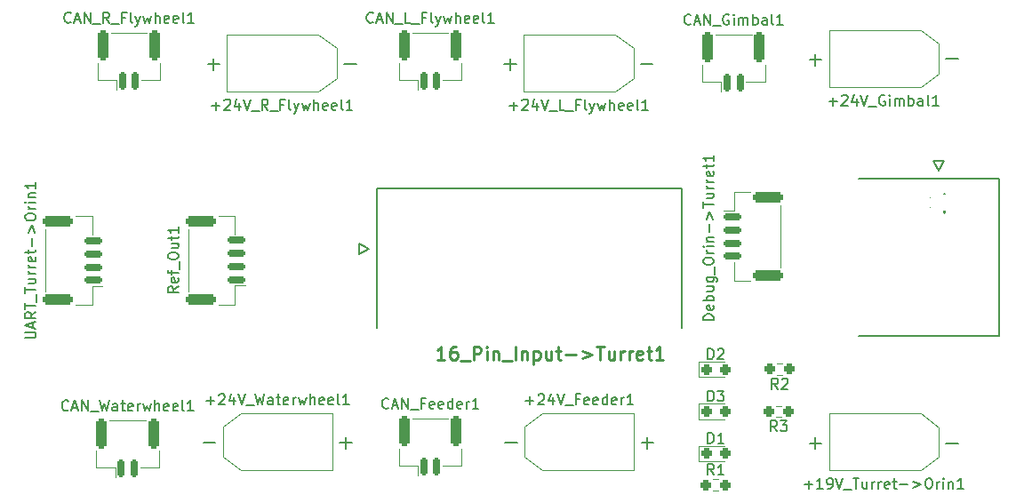
<source format=gto>
G04 #@! TF.GenerationSoftware,KiCad,Pcbnew,8.0.4*
G04 #@! TF.CreationDate,2025-02-21T00:52:45-06:00*
G04 #@! TF.ProjectId,Turret,54757272-6574-42e6-9b69-6361645f7063,rev?*
G04 #@! TF.SameCoordinates,Original*
G04 #@! TF.FileFunction,Legend,Top*
G04 #@! TF.FilePolarity,Positive*
%FSLAX46Y46*%
G04 Gerber Fmt 4.6, Leading zero omitted, Abs format (unit mm)*
G04 Created by KiCad (PCBNEW 8.0.4) date 2025-02-21 00:52:45*
%MOMM*%
%LPD*%
G01*
G04 APERTURE LIST*
G04 Aperture macros list*
%AMRoundRect*
0 Rectangle with rounded corners*
0 $1 Rounding radius*
0 $2 $3 $4 $5 $6 $7 $8 $9 X,Y pos of 4 corners*
0 Add a 4 corners polygon primitive as box body*
4,1,4,$2,$3,$4,$5,$6,$7,$8,$9,$2,$3,0*
0 Add four circle primitives for the rounded corners*
1,1,$1+$1,$2,$3*
1,1,$1+$1,$4,$5*
1,1,$1+$1,$6,$7*
1,1,$1+$1,$8,$9*
0 Add four rect primitives between the rounded corners*
20,1,$1+$1,$2,$3,$4,$5,0*
20,1,$1+$1,$4,$5,$6,$7,0*
20,1,$1+$1,$6,$7,$8,$9,0*
20,1,$1+$1,$8,$9,$2,$3,0*%
G04 Aperture macros list end*
%ADD10C,0.150000*%
%ADD11C,0.254000*%
%ADD12C,0.120000*%
%ADD13C,0.127000*%
%ADD14RoundRect,0.150000X-0.150000X-0.700000X0.150000X-0.700000X0.150000X0.700000X-0.150000X0.700000X0*%
%ADD15RoundRect,0.250000X-0.250000X-1.150000X0.250000X-1.150000X0.250000X1.150000X-0.250000X1.150000X0*%
%ADD16C,1.600000*%
%ADD17R,1.520000X1.520000*%
%ADD18C,1.520000*%
%ADD19RoundRect,0.237500X-0.287500X-0.237500X0.287500X-0.237500X0.287500X0.237500X-0.287500X0.237500X0*%
%ADD20R,3.800000X3.800000*%
%ADD21C,4.000000*%
%ADD22RoundRect,0.150000X-0.700000X0.150000X-0.700000X-0.150000X0.700000X-0.150000X0.700000X0.150000X0*%
%ADD23RoundRect,0.250000X-1.150000X0.250000X-1.150000X-0.250000X1.150000X-0.250000X1.150000X0.250000X0*%
%ADD24C,3.000000*%
%ADD25RoundRect,0.150000X0.700000X-0.150000X0.700000X0.150000X-0.700000X0.150000X-0.700000X-0.150000X0*%
%ADD26RoundRect,0.250000X1.150000X-0.250000X1.150000X0.250000X-1.150000X0.250000X-1.150000X-0.250000X0*%
%ADD27RoundRect,0.237500X0.250000X0.237500X-0.250000X0.237500X-0.250000X-0.237500X0.250000X-0.237500X0*%
%ADD28RoundRect,0.237500X-0.250000X-0.237500X0.250000X-0.237500X0.250000X0.237500X-0.250000X0.237500X0*%
G04 APERTURE END LIST*
D10*
X78837808Y-75737580D02*
X78790189Y-75785200D01*
X78790189Y-75785200D02*
X78647332Y-75832819D01*
X78647332Y-75832819D02*
X78552094Y-75832819D01*
X78552094Y-75832819D02*
X78409237Y-75785200D01*
X78409237Y-75785200D02*
X78313999Y-75689961D01*
X78313999Y-75689961D02*
X78266380Y-75594723D01*
X78266380Y-75594723D02*
X78218761Y-75404247D01*
X78218761Y-75404247D02*
X78218761Y-75261390D01*
X78218761Y-75261390D02*
X78266380Y-75070914D01*
X78266380Y-75070914D02*
X78313999Y-74975676D01*
X78313999Y-74975676D02*
X78409237Y-74880438D01*
X78409237Y-74880438D02*
X78552094Y-74832819D01*
X78552094Y-74832819D02*
X78647332Y-74832819D01*
X78647332Y-74832819D02*
X78790189Y-74880438D01*
X78790189Y-74880438D02*
X78837808Y-74928057D01*
X79218761Y-75547104D02*
X79694951Y-75547104D01*
X79123523Y-75832819D02*
X79456856Y-74832819D01*
X79456856Y-74832819D02*
X79790189Y-75832819D01*
X80123523Y-75832819D02*
X80123523Y-74832819D01*
X80123523Y-74832819D02*
X80694951Y-75832819D01*
X80694951Y-75832819D02*
X80694951Y-74832819D01*
X80933047Y-75928057D02*
X81694951Y-75928057D01*
X82266380Y-75309009D02*
X81933047Y-75309009D01*
X81933047Y-75832819D02*
X81933047Y-74832819D01*
X81933047Y-74832819D02*
X82409237Y-74832819D01*
X83171142Y-75785200D02*
X83075904Y-75832819D01*
X83075904Y-75832819D02*
X82885428Y-75832819D01*
X82885428Y-75832819D02*
X82790190Y-75785200D01*
X82790190Y-75785200D02*
X82742571Y-75689961D01*
X82742571Y-75689961D02*
X82742571Y-75309009D01*
X82742571Y-75309009D02*
X82790190Y-75213771D01*
X82790190Y-75213771D02*
X82885428Y-75166152D01*
X82885428Y-75166152D02*
X83075904Y-75166152D01*
X83075904Y-75166152D02*
X83171142Y-75213771D01*
X83171142Y-75213771D02*
X83218761Y-75309009D01*
X83218761Y-75309009D02*
X83218761Y-75404247D01*
X83218761Y-75404247D02*
X82742571Y-75499485D01*
X84028285Y-75785200D02*
X83933047Y-75832819D01*
X83933047Y-75832819D02*
X83742571Y-75832819D01*
X83742571Y-75832819D02*
X83647333Y-75785200D01*
X83647333Y-75785200D02*
X83599714Y-75689961D01*
X83599714Y-75689961D02*
X83599714Y-75309009D01*
X83599714Y-75309009D02*
X83647333Y-75213771D01*
X83647333Y-75213771D02*
X83742571Y-75166152D01*
X83742571Y-75166152D02*
X83933047Y-75166152D01*
X83933047Y-75166152D02*
X84028285Y-75213771D01*
X84028285Y-75213771D02*
X84075904Y-75309009D01*
X84075904Y-75309009D02*
X84075904Y-75404247D01*
X84075904Y-75404247D02*
X83599714Y-75499485D01*
X84933047Y-75832819D02*
X84933047Y-74832819D01*
X84933047Y-75785200D02*
X84837809Y-75832819D01*
X84837809Y-75832819D02*
X84647333Y-75832819D01*
X84647333Y-75832819D02*
X84552095Y-75785200D01*
X84552095Y-75785200D02*
X84504476Y-75737580D01*
X84504476Y-75737580D02*
X84456857Y-75642342D01*
X84456857Y-75642342D02*
X84456857Y-75356628D01*
X84456857Y-75356628D02*
X84504476Y-75261390D01*
X84504476Y-75261390D02*
X84552095Y-75213771D01*
X84552095Y-75213771D02*
X84647333Y-75166152D01*
X84647333Y-75166152D02*
X84837809Y-75166152D01*
X84837809Y-75166152D02*
X84933047Y-75213771D01*
X85790190Y-75785200D02*
X85694952Y-75832819D01*
X85694952Y-75832819D02*
X85504476Y-75832819D01*
X85504476Y-75832819D02*
X85409238Y-75785200D01*
X85409238Y-75785200D02*
X85361619Y-75689961D01*
X85361619Y-75689961D02*
X85361619Y-75309009D01*
X85361619Y-75309009D02*
X85409238Y-75213771D01*
X85409238Y-75213771D02*
X85504476Y-75166152D01*
X85504476Y-75166152D02*
X85694952Y-75166152D01*
X85694952Y-75166152D02*
X85790190Y-75213771D01*
X85790190Y-75213771D02*
X85837809Y-75309009D01*
X85837809Y-75309009D02*
X85837809Y-75404247D01*
X85837809Y-75404247D02*
X85361619Y-75499485D01*
X86266381Y-75832819D02*
X86266381Y-75166152D01*
X86266381Y-75356628D02*
X86314000Y-75261390D01*
X86314000Y-75261390D02*
X86361619Y-75213771D01*
X86361619Y-75213771D02*
X86456857Y-75166152D01*
X86456857Y-75166152D02*
X86552095Y-75166152D01*
X87409238Y-75832819D02*
X86837810Y-75832819D01*
X87123524Y-75832819D02*
X87123524Y-74832819D01*
X87123524Y-74832819D02*
X87028286Y-74975676D01*
X87028286Y-74975676D02*
X86933048Y-75070914D01*
X86933048Y-75070914D02*
X86837810Y-75118533D01*
D11*
X130504318Y-56623333D02*
X131411461Y-56623333D01*
X131411461Y-56623333D02*
X131592889Y-56683810D01*
X131592889Y-56683810D02*
X131713842Y-56804762D01*
X131713842Y-56804762D02*
X131774318Y-56986191D01*
X131774318Y-56986191D02*
X131774318Y-57107143D01*
X131774318Y-55353333D02*
X131774318Y-56079048D01*
X131774318Y-55716191D02*
X130504318Y-55716191D01*
X130504318Y-55716191D02*
X130685746Y-55837143D01*
X130685746Y-55837143D02*
X130806699Y-55958095D01*
X130806699Y-55958095D02*
X130867175Y-56079048D01*
D10*
X109261905Y-79124819D02*
X109261905Y-78124819D01*
X109261905Y-78124819D02*
X109500000Y-78124819D01*
X109500000Y-78124819D02*
X109642857Y-78172438D01*
X109642857Y-78172438D02*
X109738095Y-78267676D01*
X109738095Y-78267676D02*
X109785714Y-78362914D01*
X109785714Y-78362914D02*
X109833333Y-78553390D01*
X109833333Y-78553390D02*
X109833333Y-78696247D01*
X109833333Y-78696247D02*
X109785714Y-78886723D01*
X109785714Y-78886723D02*
X109738095Y-78981961D01*
X109738095Y-78981961D02*
X109642857Y-79077200D01*
X109642857Y-79077200D02*
X109500000Y-79124819D01*
X109500000Y-79124819D02*
X109261905Y-79124819D01*
X110785714Y-79124819D02*
X110214286Y-79124819D01*
X110500000Y-79124819D02*
X110500000Y-78124819D01*
X110500000Y-78124819D02*
X110404762Y-78267676D01*
X110404762Y-78267676D02*
X110309524Y-78362914D01*
X110309524Y-78362914D02*
X110214286Y-78410533D01*
X107626571Y-39161580D02*
X107578952Y-39209200D01*
X107578952Y-39209200D02*
X107436095Y-39256819D01*
X107436095Y-39256819D02*
X107340857Y-39256819D01*
X107340857Y-39256819D02*
X107198000Y-39209200D01*
X107198000Y-39209200D02*
X107102762Y-39113961D01*
X107102762Y-39113961D02*
X107055143Y-39018723D01*
X107055143Y-39018723D02*
X107007524Y-38828247D01*
X107007524Y-38828247D02*
X107007524Y-38685390D01*
X107007524Y-38685390D02*
X107055143Y-38494914D01*
X107055143Y-38494914D02*
X107102762Y-38399676D01*
X107102762Y-38399676D02*
X107198000Y-38304438D01*
X107198000Y-38304438D02*
X107340857Y-38256819D01*
X107340857Y-38256819D02*
X107436095Y-38256819D01*
X107436095Y-38256819D02*
X107578952Y-38304438D01*
X107578952Y-38304438D02*
X107626571Y-38352057D01*
X108007524Y-38971104D02*
X108483714Y-38971104D01*
X107912286Y-39256819D02*
X108245619Y-38256819D01*
X108245619Y-38256819D02*
X108578952Y-39256819D01*
X108912286Y-39256819D02*
X108912286Y-38256819D01*
X108912286Y-38256819D02*
X109483714Y-39256819D01*
X109483714Y-39256819D02*
X109483714Y-38256819D01*
X109721810Y-39352057D02*
X110483714Y-39352057D01*
X111245619Y-38304438D02*
X111150381Y-38256819D01*
X111150381Y-38256819D02*
X111007524Y-38256819D01*
X111007524Y-38256819D02*
X110864667Y-38304438D01*
X110864667Y-38304438D02*
X110769429Y-38399676D01*
X110769429Y-38399676D02*
X110721810Y-38494914D01*
X110721810Y-38494914D02*
X110674191Y-38685390D01*
X110674191Y-38685390D02*
X110674191Y-38828247D01*
X110674191Y-38828247D02*
X110721810Y-39018723D01*
X110721810Y-39018723D02*
X110769429Y-39113961D01*
X110769429Y-39113961D02*
X110864667Y-39209200D01*
X110864667Y-39209200D02*
X111007524Y-39256819D01*
X111007524Y-39256819D02*
X111102762Y-39256819D01*
X111102762Y-39256819D02*
X111245619Y-39209200D01*
X111245619Y-39209200D02*
X111293238Y-39161580D01*
X111293238Y-39161580D02*
X111293238Y-38828247D01*
X111293238Y-38828247D02*
X111102762Y-38828247D01*
X111721810Y-39256819D02*
X111721810Y-38590152D01*
X111721810Y-38256819D02*
X111674191Y-38304438D01*
X111674191Y-38304438D02*
X111721810Y-38352057D01*
X111721810Y-38352057D02*
X111769429Y-38304438D01*
X111769429Y-38304438D02*
X111721810Y-38256819D01*
X111721810Y-38256819D02*
X111721810Y-38352057D01*
X112198000Y-39256819D02*
X112198000Y-38590152D01*
X112198000Y-38685390D02*
X112245619Y-38637771D01*
X112245619Y-38637771D02*
X112340857Y-38590152D01*
X112340857Y-38590152D02*
X112483714Y-38590152D01*
X112483714Y-38590152D02*
X112578952Y-38637771D01*
X112578952Y-38637771D02*
X112626571Y-38733009D01*
X112626571Y-38733009D02*
X112626571Y-39256819D01*
X112626571Y-38733009D02*
X112674190Y-38637771D01*
X112674190Y-38637771D02*
X112769428Y-38590152D01*
X112769428Y-38590152D02*
X112912285Y-38590152D01*
X112912285Y-38590152D02*
X113007524Y-38637771D01*
X113007524Y-38637771D02*
X113055143Y-38733009D01*
X113055143Y-38733009D02*
X113055143Y-39256819D01*
X113531333Y-39256819D02*
X113531333Y-38256819D01*
X113531333Y-38637771D02*
X113626571Y-38590152D01*
X113626571Y-38590152D02*
X113817047Y-38590152D01*
X113817047Y-38590152D02*
X113912285Y-38637771D01*
X113912285Y-38637771D02*
X113959904Y-38685390D01*
X113959904Y-38685390D02*
X114007523Y-38780628D01*
X114007523Y-38780628D02*
X114007523Y-39066342D01*
X114007523Y-39066342D02*
X113959904Y-39161580D01*
X113959904Y-39161580D02*
X113912285Y-39209200D01*
X113912285Y-39209200D02*
X113817047Y-39256819D01*
X113817047Y-39256819D02*
X113626571Y-39256819D01*
X113626571Y-39256819D02*
X113531333Y-39209200D01*
X114864666Y-39256819D02*
X114864666Y-38733009D01*
X114864666Y-38733009D02*
X114817047Y-38637771D01*
X114817047Y-38637771D02*
X114721809Y-38590152D01*
X114721809Y-38590152D02*
X114531333Y-38590152D01*
X114531333Y-38590152D02*
X114436095Y-38637771D01*
X114864666Y-39209200D02*
X114769428Y-39256819D01*
X114769428Y-39256819D02*
X114531333Y-39256819D01*
X114531333Y-39256819D02*
X114436095Y-39209200D01*
X114436095Y-39209200D02*
X114388476Y-39113961D01*
X114388476Y-39113961D02*
X114388476Y-39018723D01*
X114388476Y-39018723D02*
X114436095Y-38923485D01*
X114436095Y-38923485D02*
X114531333Y-38875866D01*
X114531333Y-38875866D02*
X114769428Y-38875866D01*
X114769428Y-38875866D02*
X114864666Y-38828247D01*
X115483714Y-39256819D02*
X115388476Y-39209200D01*
X115388476Y-39209200D02*
X115340857Y-39113961D01*
X115340857Y-39113961D02*
X115340857Y-38256819D01*
X116388476Y-39256819D02*
X115817048Y-39256819D01*
X116102762Y-39256819D02*
X116102762Y-38256819D01*
X116102762Y-38256819D02*
X116007524Y-38399676D01*
X116007524Y-38399676D02*
X115912286Y-38494914D01*
X115912286Y-38494914D02*
X115817048Y-38542533D01*
X109261905Y-71124819D02*
X109261905Y-70124819D01*
X109261905Y-70124819D02*
X109500000Y-70124819D01*
X109500000Y-70124819D02*
X109642857Y-70172438D01*
X109642857Y-70172438D02*
X109738095Y-70267676D01*
X109738095Y-70267676D02*
X109785714Y-70362914D01*
X109785714Y-70362914D02*
X109833333Y-70553390D01*
X109833333Y-70553390D02*
X109833333Y-70696247D01*
X109833333Y-70696247D02*
X109785714Y-70886723D01*
X109785714Y-70886723D02*
X109738095Y-70981961D01*
X109738095Y-70981961D02*
X109642857Y-71077200D01*
X109642857Y-71077200D02*
X109500000Y-71124819D01*
X109500000Y-71124819D02*
X109261905Y-71124819D01*
X110214286Y-70220057D02*
X110261905Y-70172438D01*
X110261905Y-70172438D02*
X110357143Y-70124819D01*
X110357143Y-70124819D02*
X110595238Y-70124819D01*
X110595238Y-70124819D02*
X110690476Y-70172438D01*
X110690476Y-70172438D02*
X110738095Y-70220057D01*
X110738095Y-70220057D02*
X110785714Y-70315295D01*
X110785714Y-70315295D02*
X110785714Y-70410533D01*
X110785714Y-70410533D02*
X110738095Y-70553390D01*
X110738095Y-70553390D02*
X110166667Y-71124819D01*
X110166667Y-71124819D02*
X110785714Y-71124819D01*
X62000332Y-46999866D02*
X62762237Y-46999866D01*
X62381284Y-47380819D02*
X62381284Y-46618914D01*
X63190808Y-46476057D02*
X63238427Y-46428438D01*
X63238427Y-46428438D02*
X63333665Y-46380819D01*
X63333665Y-46380819D02*
X63571760Y-46380819D01*
X63571760Y-46380819D02*
X63666998Y-46428438D01*
X63666998Y-46428438D02*
X63714617Y-46476057D01*
X63714617Y-46476057D02*
X63762236Y-46571295D01*
X63762236Y-46571295D02*
X63762236Y-46666533D01*
X63762236Y-46666533D02*
X63714617Y-46809390D01*
X63714617Y-46809390D02*
X63143189Y-47380819D01*
X63143189Y-47380819D02*
X63762236Y-47380819D01*
X64619379Y-46714152D02*
X64619379Y-47380819D01*
X64381284Y-46333200D02*
X64143189Y-47047485D01*
X64143189Y-47047485D02*
X64762236Y-47047485D01*
X65000332Y-46380819D02*
X65333665Y-47380819D01*
X65333665Y-47380819D02*
X65666998Y-46380819D01*
X65762237Y-47476057D02*
X66524141Y-47476057D01*
X67333665Y-47380819D02*
X67000332Y-46904628D01*
X66762237Y-47380819D02*
X66762237Y-46380819D01*
X66762237Y-46380819D02*
X67143189Y-46380819D01*
X67143189Y-46380819D02*
X67238427Y-46428438D01*
X67238427Y-46428438D02*
X67286046Y-46476057D01*
X67286046Y-46476057D02*
X67333665Y-46571295D01*
X67333665Y-46571295D02*
X67333665Y-46714152D01*
X67333665Y-46714152D02*
X67286046Y-46809390D01*
X67286046Y-46809390D02*
X67238427Y-46857009D01*
X67238427Y-46857009D02*
X67143189Y-46904628D01*
X67143189Y-46904628D02*
X66762237Y-46904628D01*
X67524142Y-47476057D02*
X68286046Y-47476057D01*
X68857475Y-46857009D02*
X68524142Y-46857009D01*
X68524142Y-47380819D02*
X68524142Y-46380819D01*
X68524142Y-46380819D02*
X69000332Y-46380819D01*
X69524142Y-47380819D02*
X69428904Y-47333200D01*
X69428904Y-47333200D02*
X69381285Y-47237961D01*
X69381285Y-47237961D02*
X69381285Y-46380819D01*
X69809857Y-46714152D02*
X70047952Y-47380819D01*
X70286047Y-46714152D02*
X70047952Y-47380819D01*
X70047952Y-47380819D02*
X69952714Y-47618914D01*
X69952714Y-47618914D02*
X69905095Y-47666533D01*
X69905095Y-47666533D02*
X69809857Y-47714152D01*
X70571762Y-46714152D02*
X70762238Y-47380819D01*
X70762238Y-47380819D02*
X70952714Y-46904628D01*
X70952714Y-46904628D02*
X71143190Y-47380819D01*
X71143190Y-47380819D02*
X71333666Y-46714152D01*
X71714619Y-47380819D02*
X71714619Y-46380819D01*
X72143190Y-47380819D02*
X72143190Y-46857009D01*
X72143190Y-46857009D02*
X72095571Y-46761771D01*
X72095571Y-46761771D02*
X72000333Y-46714152D01*
X72000333Y-46714152D02*
X71857476Y-46714152D01*
X71857476Y-46714152D02*
X71762238Y-46761771D01*
X71762238Y-46761771D02*
X71714619Y-46809390D01*
X73000333Y-47333200D02*
X72905095Y-47380819D01*
X72905095Y-47380819D02*
X72714619Y-47380819D01*
X72714619Y-47380819D02*
X72619381Y-47333200D01*
X72619381Y-47333200D02*
X72571762Y-47237961D01*
X72571762Y-47237961D02*
X72571762Y-46857009D01*
X72571762Y-46857009D02*
X72619381Y-46761771D01*
X72619381Y-46761771D02*
X72714619Y-46714152D01*
X72714619Y-46714152D02*
X72905095Y-46714152D01*
X72905095Y-46714152D02*
X73000333Y-46761771D01*
X73000333Y-46761771D02*
X73047952Y-46857009D01*
X73047952Y-46857009D02*
X73047952Y-46952247D01*
X73047952Y-46952247D02*
X72571762Y-47047485D01*
X73857476Y-47333200D02*
X73762238Y-47380819D01*
X73762238Y-47380819D02*
X73571762Y-47380819D01*
X73571762Y-47380819D02*
X73476524Y-47333200D01*
X73476524Y-47333200D02*
X73428905Y-47237961D01*
X73428905Y-47237961D02*
X73428905Y-46857009D01*
X73428905Y-46857009D02*
X73476524Y-46761771D01*
X73476524Y-46761771D02*
X73571762Y-46714152D01*
X73571762Y-46714152D02*
X73762238Y-46714152D01*
X73762238Y-46714152D02*
X73857476Y-46761771D01*
X73857476Y-46761771D02*
X73905095Y-46857009D01*
X73905095Y-46857009D02*
X73905095Y-46952247D01*
X73905095Y-46952247D02*
X73428905Y-47047485D01*
X74476524Y-47380819D02*
X74381286Y-47333200D01*
X74381286Y-47333200D02*
X74333667Y-47237961D01*
X74333667Y-47237961D02*
X74333667Y-46380819D01*
X75381286Y-47380819D02*
X74809858Y-47380819D01*
X75095572Y-47380819D02*
X75095572Y-46380819D01*
X75095572Y-46380819D02*
X75000334Y-46523676D01*
X75000334Y-46523676D02*
X74905096Y-46618914D01*
X74905096Y-46618914D02*
X74809858Y-46666533D01*
X61595571Y-43040700D02*
X62738429Y-43040700D01*
X62167000Y-43612128D02*
X62167000Y-42469271D01*
X74595571Y-43040700D02*
X75738429Y-43040700D01*
X109801819Y-67396333D02*
X108801819Y-67396333D01*
X108801819Y-67396333D02*
X108801819Y-67158238D01*
X108801819Y-67158238D02*
X108849438Y-67015381D01*
X108849438Y-67015381D02*
X108944676Y-66920143D01*
X108944676Y-66920143D02*
X109039914Y-66872524D01*
X109039914Y-66872524D02*
X109230390Y-66824905D01*
X109230390Y-66824905D02*
X109373247Y-66824905D01*
X109373247Y-66824905D02*
X109563723Y-66872524D01*
X109563723Y-66872524D02*
X109658961Y-66920143D01*
X109658961Y-66920143D02*
X109754200Y-67015381D01*
X109754200Y-67015381D02*
X109801819Y-67158238D01*
X109801819Y-67158238D02*
X109801819Y-67396333D01*
X109754200Y-66015381D02*
X109801819Y-66110619D01*
X109801819Y-66110619D02*
X109801819Y-66301095D01*
X109801819Y-66301095D02*
X109754200Y-66396333D01*
X109754200Y-66396333D02*
X109658961Y-66443952D01*
X109658961Y-66443952D02*
X109278009Y-66443952D01*
X109278009Y-66443952D02*
X109182771Y-66396333D01*
X109182771Y-66396333D02*
X109135152Y-66301095D01*
X109135152Y-66301095D02*
X109135152Y-66110619D01*
X109135152Y-66110619D02*
X109182771Y-66015381D01*
X109182771Y-66015381D02*
X109278009Y-65967762D01*
X109278009Y-65967762D02*
X109373247Y-65967762D01*
X109373247Y-65967762D02*
X109468485Y-66443952D01*
X109801819Y-65539190D02*
X108801819Y-65539190D01*
X109182771Y-65539190D02*
X109135152Y-65443952D01*
X109135152Y-65443952D02*
X109135152Y-65253476D01*
X109135152Y-65253476D02*
X109182771Y-65158238D01*
X109182771Y-65158238D02*
X109230390Y-65110619D01*
X109230390Y-65110619D02*
X109325628Y-65063000D01*
X109325628Y-65063000D02*
X109611342Y-65063000D01*
X109611342Y-65063000D02*
X109706580Y-65110619D01*
X109706580Y-65110619D02*
X109754200Y-65158238D01*
X109754200Y-65158238D02*
X109801819Y-65253476D01*
X109801819Y-65253476D02*
X109801819Y-65443952D01*
X109801819Y-65443952D02*
X109754200Y-65539190D01*
X109135152Y-64205857D02*
X109801819Y-64205857D01*
X109135152Y-64634428D02*
X109658961Y-64634428D01*
X109658961Y-64634428D02*
X109754200Y-64586809D01*
X109754200Y-64586809D02*
X109801819Y-64491571D01*
X109801819Y-64491571D02*
X109801819Y-64348714D01*
X109801819Y-64348714D02*
X109754200Y-64253476D01*
X109754200Y-64253476D02*
X109706580Y-64205857D01*
X109135152Y-63301095D02*
X109944676Y-63301095D01*
X109944676Y-63301095D02*
X110039914Y-63348714D01*
X110039914Y-63348714D02*
X110087533Y-63396333D01*
X110087533Y-63396333D02*
X110135152Y-63491571D01*
X110135152Y-63491571D02*
X110135152Y-63634428D01*
X110135152Y-63634428D02*
X110087533Y-63729666D01*
X109754200Y-63301095D02*
X109801819Y-63396333D01*
X109801819Y-63396333D02*
X109801819Y-63586809D01*
X109801819Y-63586809D02*
X109754200Y-63682047D01*
X109754200Y-63682047D02*
X109706580Y-63729666D01*
X109706580Y-63729666D02*
X109611342Y-63777285D01*
X109611342Y-63777285D02*
X109325628Y-63777285D01*
X109325628Y-63777285D02*
X109230390Y-63729666D01*
X109230390Y-63729666D02*
X109182771Y-63682047D01*
X109182771Y-63682047D02*
X109135152Y-63586809D01*
X109135152Y-63586809D02*
X109135152Y-63396333D01*
X109135152Y-63396333D02*
X109182771Y-63301095D01*
X109897057Y-63063000D02*
X109897057Y-62301095D01*
X108801819Y-61872523D02*
X108801819Y-61682047D01*
X108801819Y-61682047D02*
X108849438Y-61586809D01*
X108849438Y-61586809D02*
X108944676Y-61491571D01*
X108944676Y-61491571D02*
X109135152Y-61443952D01*
X109135152Y-61443952D02*
X109468485Y-61443952D01*
X109468485Y-61443952D02*
X109658961Y-61491571D01*
X109658961Y-61491571D02*
X109754200Y-61586809D01*
X109754200Y-61586809D02*
X109801819Y-61682047D01*
X109801819Y-61682047D02*
X109801819Y-61872523D01*
X109801819Y-61872523D02*
X109754200Y-61967761D01*
X109754200Y-61967761D02*
X109658961Y-62062999D01*
X109658961Y-62062999D02*
X109468485Y-62110618D01*
X109468485Y-62110618D02*
X109135152Y-62110618D01*
X109135152Y-62110618D02*
X108944676Y-62062999D01*
X108944676Y-62062999D02*
X108849438Y-61967761D01*
X108849438Y-61967761D02*
X108801819Y-61872523D01*
X109801819Y-61015380D02*
X109135152Y-61015380D01*
X109325628Y-61015380D02*
X109230390Y-60967761D01*
X109230390Y-60967761D02*
X109182771Y-60920142D01*
X109182771Y-60920142D02*
X109135152Y-60824904D01*
X109135152Y-60824904D02*
X109135152Y-60729666D01*
X109801819Y-60396332D02*
X109135152Y-60396332D01*
X108801819Y-60396332D02*
X108849438Y-60443951D01*
X108849438Y-60443951D02*
X108897057Y-60396332D01*
X108897057Y-60396332D02*
X108849438Y-60348713D01*
X108849438Y-60348713D02*
X108801819Y-60396332D01*
X108801819Y-60396332D02*
X108897057Y-60396332D01*
X109135152Y-59920142D02*
X109801819Y-59920142D01*
X109230390Y-59920142D02*
X109182771Y-59872523D01*
X109182771Y-59872523D02*
X109135152Y-59777285D01*
X109135152Y-59777285D02*
X109135152Y-59634428D01*
X109135152Y-59634428D02*
X109182771Y-59539190D01*
X109182771Y-59539190D02*
X109278009Y-59491571D01*
X109278009Y-59491571D02*
X109801819Y-59491571D01*
X109420866Y-59015380D02*
X109420866Y-58253476D01*
X109135152Y-57777285D02*
X109420866Y-57015381D01*
X109420866Y-57015381D02*
X109706580Y-57777285D01*
X108801819Y-56682047D02*
X108801819Y-56110619D01*
X109801819Y-56396333D02*
X108801819Y-56396333D01*
X109135152Y-55348714D02*
X109801819Y-55348714D01*
X109135152Y-55777285D02*
X109658961Y-55777285D01*
X109658961Y-55777285D02*
X109754200Y-55729666D01*
X109754200Y-55729666D02*
X109801819Y-55634428D01*
X109801819Y-55634428D02*
X109801819Y-55491571D01*
X109801819Y-55491571D02*
X109754200Y-55396333D01*
X109754200Y-55396333D02*
X109706580Y-55348714D01*
X109801819Y-54872523D02*
X109135152Y-54872523D01*
X109325628Y-54872523D02*
X109230390Y-54824904D01*
X109230390Y-54824904D02*
X109182771Y-54777285D01*
X109182771Y-54777285D02*
X109135152Y-54682047D01*
X109135152Y-54682047D02*
X109135152Y-54586809D01*
X109801819Y-54253475D02*
X109135152Y-54253475D01*
X109325628Y-54253475D02*
X109230390Y-54205856D01*
X109230390Y-54205856D02*
X109182771Y-54158237D01*
X109182771Y-54158237D02*
X109135152Y-54062999D01*
X109135152Y-54062999D02*
X109135152Y-53967761D01*
X109754200Y-53253475D02*
X109801819Y-53348713D01*
X109801819Y-53348713D02*
X109801819Y-53539189D01*
X109801819Y-53539189D02*
X109754200Y-53634427D01*
X109754200Y-53634427D02*
X109658961Y-53682046D01*
X109658961Y-53682046D02*
X109278009Y-53682046D01*
X109278009Y-53682046D02*
X109182771Y-53634427D01*
X109182771Y-53634427D02*
X109135152Y-53539189D01*
X109135152Y-53539189D02*
X109135152Y-53348713D01*
X109135152Y-53348713D02*
X109182771Y-53253475D01*
X109182771Y-53253475D02*
X109278009Y-53205856D01*
X109278009Y-53205856D02*
X109373247Y-53205856D01*
X109373247Y-53205856D02*
X109468485Y-53682046D01*
X109135152Y-52920141D02*
X109135152Y-52539189D01*
X108801819Y-52777284D02*
X109658961Y-52777284D01*
X109658961Y-52777284D02*
X109754200Y-52729665D01*
X109754200Y-52729665D02*
X109801819Y-52634427D01*
X109801819Y-52634427D02*
X109801819Y-52539189D01*
X109801819Y-51682046D02*
X109801819Y-52253474D01*
X109801819Y-51967760D02*
X108801819Y-51967760D01*
X108801819Y-51967760D02*
X108944676Y-52062998D01*
X108944676Y-52062998D02*
X109039914Y-52158236D01*
X109039914Y-52158236D02*
X109087533Y-52253474D01*
X48564379Y-38986580D02*
X48516760Y-39034200D01*
X48516760Y-39034200D02*
X48373903Y-39081819D01*
X48373903Y-39081819D02*
X48278665Y-39081819D01*
X48278665Y-39081819D02*
X48135808Y-39034200D01*
X48135808Y-39034200D02*
X48040570Y-38938961D01*
X48040570Y-38938961D02*
X47992951Y-38843723D01*
X47992951Y-38843723D02*
X47945332Y-38653247D01*
X47945332Y-38653247D02*
X47945332Y-38510390D01*
X47945332Y-38510390D02*
X47992951Y-38319914D01*
X47992951Y-38319914D02*
X48040570Y-38224676D01*
X48040570Y-38224676D02*
X48135808Y-38129438D01*
X48135808Y-38129438D02*
X48278665Y-38081819D01*
X48278665Y-38081819D02*
X48373903Y-38081819D01*
X48373903Y-38081819D02*
X48516760Y-38129438D01*
X48516760Y-38129438D02*
X48564379Y-38177057D01*
X48945332Y-38796104D02*
X49421522Y-38796104D01*
X48850094Y-39081819D02*
X49183427Y-38081819D01*
X49183427Y-38081819D02*
X49516760Y-39081819D01*
X49850094Y-39081819D02*
X49850094Y-38081819D01*
X49850094Y-38081819D02*
X50421522Y-39081819D01*
X50421522Y-39081819D02*
X50421522Y-38081819D01*
X50659618Y-39177057D02*
X51421522Y-39177057D01*
X52231046Y-39081819D02*
X51897713Y-38605628D01*
X51659618Y-39081819D02*
X51659618Y-38081819D01*
X51659618Y-38081819D02*
X52040570Y-38081819D01*
X52040570Y-38081819D02*
X52135808Y-38129438D01*
X52135808Y-38129438D02*
X52183427Y-38177057D01*
X52183427Y-38177057D02*
X52231046Y-38272295D01*
X52231046Y-38272295D02*
X52231046Y-38415152D01*
X52231046Y-38415152D02*
X52183427Y-38510390D01*
X52183427Y-38510390D02*
X52135808Y-38558009D01*
X52135808Y-38558009D02*
X52040570Y-38605628D01*
X52040570Y-38605628D02*
X51659618Y-38605628D01*
X52421523Y-39177057D02*
X53183427Y-39177057D01*
X53754856Y-38558009D02*
X53421523Y-38558009D01*
X53421523Y-39081819D02*
X53421523Y-38081819D01*
X53421523Y-38081819D02*
X53897713Y-38081819D01*
X54421523Y-39081819D02*
X54326285Y-39034200D01*
X54326285Y-39034200D02*
X54278666Y-38938961D01*
X54278666Y-38938961D02*
X54278666Y-38081819D01*
X54707238Y-38415152D02*
X54945333Y-39081819D01*
X55183428Y-38415152D02*
X54945333Y-39081819D01*
X54945333Y-39081819D02*
X54850095Y-39319914D01*
X54850095Y-39319914D02*
X54802476Y-39367533D01*
X54802476Y-39367533D02*
X54707238Y-39415152D01*
X55469143Y-38415152D02*
X55659619Y-39081819D01*
X55659619Y-39081819D02*
X55850095Y-38605628D01*
X55850095Y-38605628D02*
X56040571Y-39081819D01*
X56040571Y-39081819D02*
X56231047Y-38415152D01*
X56612000Y-39081819D02*
X56612000Y-38081819D01*
X57040571Y-39081819D02*
X57040571Y-38558009D01*
X57040571Y-38558009D02*
X56992952Y-38462771D01*
X56992952Y-38462771D02*
X56897714Y-38415152D01*
X56897714Y-38415152D02*
X56754857Y-38415152D01*
X56754857Y-38415152D02*
X56659619Y-38462771D01*
X56659619Y-38462771D02*
X56612000Y-38510390D01*
X57897714Y-39034200D02*
X57802476Y-39081819D01*
X57802476Y-39081819D02*
X57612000Y-39081819D01*
X57612000Y-39081819D02*
X57516762Y-39034200D01*
X57516762Y-39034200D02*
X57469143Y-38938961D01*
X57469143Y-38938961D02*
X57469143Y-38558009D01*
X57469143Y-38558009D02*
X57516762Y-38462771D01*
X57516762Y-38462771D02*
X57612000Y-38415152D01*
X57612000Y-38415152D02*
X57802476Y-38415152D01*
X57802476Y-38415152D02*
X57897714Y-38462771D01*
X57897714Y-38462771D02*
X57945333Y-38558009D01*
X57945333Y-38558009D02*
X57945333Y-38653247D01*
X57945333Y-38653247D02*
X57469143Y-38748485D01*
X58754857Y-39034200D02*
X58659619Y-39081819D01*
X58659619Y-39081819D02*
X58469143Y-39081819D01*
X58469143Y-39081819D02*
X58373905Y-39034200D01*
X58373905Y-39034200D02*
X58326286Y-38938961D01*
X58326286Y-38938961D02*
X58326286Y-38558009D01*
X58326286Y-38558009D02*
X58373905Y-38462771D01*
X58373905Y-38462771D02*
X58469143Y-38415152D01*
X58469143Y-38415152D02*
X58659619Y-38415152D01*
X58659619Y-38415152D02*
X58754857Y-38462771D01*
X58754857Y-38462771D02*
X58802476Y-38558009D01*
X58802476Y-38558009D02*
X58802476Y-38653247D01*
X58802476Y-38653247D02*
X58326286Y-38748485D01*
X59373905Y-39081819D02*
X59278667Y-39034200D01*
X59278667Y-39034200D02*
X59231048Y-38938961D01*
X59231048Y-38938961D02*
X59231048Y-38081819D01*
X60278667Y-39081819D02*
X59707239Y-39081819D01*
X59992953Y-39081819D02*
X59992953Y-38081819D01*
X59992953Y-38081819D02*
X59897715Y-38224676D01*
X59897715Y-38224676D02*
X59802477Y-38319914D01*
X59802477Y-38319914D02*
X59707239Y-38367533D01*
X109261905Y-75124819D02*
X109261905Y-74124819D01*
X109261905Y-74124819D02*
X109500000Y-74124819D01*
X109500000Y-74124819D02*
X109642857Y-74172438D01*
X109642857Y-74172438D02*
X109738095Y-74267676D01*
X109738095Y-74267676D02*
X109785714Y-74362914D01*
X109785714Y-74362914D02*
X109833333Y-74553390D01*
X109833333Y-74553390D02*
X109833333Y-74696247D01*
X109833333Y-74696247D02*
X109785714Y-74886723D01*
X109785714Y-74886723D02*
X109738095Y-74981961D01*
X109738095Y-74981961D02*
X109642857Y-75077200D01*
X109642857Y-75077200D02*
X109500000Y-75124819D01*
X109500000Y-75124819D02*
X109261905Y-75124819D01*
X110166667Y-74124819D02*
X110785714Y-74124819D01*
X110785714Y-74124819D02*
X110452381Y-74505771D01*
X110452381Y-74505771D02*
X110595238Y-74505771D01*
X110595238Y-74505771D02*
X110690476Y-74553390D01*
X110690476Y-74553390D02*
X110738095Y-74601009D01*
X110738095Y-74601009D02*
X110785714Y-74696247D01*
X110785714Y-74696247D02*
X110785714Y-74934342D01*
X110785714Y-74934342D02*
X110738095Y-75029580D01*
X110738095Y-75029580D02*
X110690476Y-75077200D01*
X110690476Y-75077200D02*
X110595238Y-75124819D01*
X110595238Y-75124819D02*
X110309524Y-75124819D01*
X110309524Y-75124819D02*
X110214286Y-75077200D01*
X110214286Y-75077200D02*
X110166667Y-75029580D01*
X48342141Y-75943580D02*
X48294522Y-75991200D01*
X48294522Y-75991200D02*
X48151665Y-76038819D01*
X48151665Y-76038819D02*
X48056427Y-76038819D01*
X48056427Y-76038819D02*
X47913570Y-75991200D01*
X47913570Y-75991200D02*
X47818332Y-75895961D01*
X47818332Y-75895961D02*
X47770713Y-75800723D01*
X47770713Y-75800723D02*
X47723094Y-75610247D01*
X47723094Y-75610247D02*
X47723094Y-75467390D01*
X47723094Y-75467390D02*
X47770713Y-75276914D01*
X47770713Y-75276914D02*
X47818332Y-75181676D01*
X47818332Y-75181676D02*
X47913570Y-75086438D01*
X47913570Y-75086438D02*
X48056427Y-75038819D01*
X48056427Y-75038819D02*
X48151665Y-75038819D01*
X48151665Y-75038819D02*
X48294522Y-75086438D01*
X48294522Y-75086438D02*
X48342141Y-75134057D01*
X48723094Y-75753104D02*
X49199284Y-75753104D01*
X48627856Y-76038819D02*
X48961189Y-75038819D01*
X48961189Y-75038819D02*
X49294522Y-76038819D01*
X49627856Y-76038819D02*
X49627856Y-75038819D01*
X49627856Y-75038819D02*
X50199284Y-76038819D01*
X50199284Y-76038819D02*
X50199284Y-75038819D01*
X50437380Y-76134057D02*
X51199284Y-76134057D01*
X51342142Y-75038819D02*
X51580237Y-76038819D01*
X51580237Y-76038819D02*
X51770713Y-75324533D01*
X51770713Y-75324533D02*
X51961189Y-76038819D01*
X51961189Y-76038819D02*
X52199285Y-75038819D01*
X53008808Y-76038819D02*
X53008808Y-75515009D01*
X53008808Y-75515009D02*
X52961189Y-75419771D01*
X52961189Y-75419771D02*
X52865951Y-75372152D01*
X52865951Y-75372152D02*
X52675475Y-75372152D01*
X52675475Y-75372152D02*
X52580237Y-75419771D01*
X53008808Y-75991200D02*
X52913570Y-76038819D01*
X52913570Y-76038819D02*
X52675475Y-76038819D01*
X52675475Y-76038819D02*
X52580237Y-75991200D01*
X52580237Y-75991200D02*
X52532618Y-75895961D01*
X52532618Y-75895961D02*
X52532618Y-75800723D01*
X52532618Y-75800723D02*
X52580237Y-75705485D01*
X52580237Y-75705485D02*
X52675475Y-75657866D01*
X52675475Y-75657866D02*
X52913570Y-75657866D01*
X52913570Y-75657866D02*
X53008808Y-75610247D01*
X53342142Y-75372152D02*
X53723094Y-75372152D01*
X53484999Y-75038819D02*
X53484999Y-75895961D01*
X53484999Y-75895961D02*
X53532618Y-75991200D01*
X53532618Y-75991200D02*
X53627856Y-76038819D01*
X53627856Y-76038819D02*
X53723094Y-76038819D01*
X54437380Y-75991200D02*
X54342142Y-76038819D01*
X54342142Y-76038819D02*
X54151666Y-76038819D01*
X54151666Y-76038819D02*
X54056428Y-75991200D01*
X54056428Y-75991200D02*
X54008809Y-75895961D01*
X54008809Y-75895961D02*
X54008809Y-75515009D01*
X54008809Y-75515009D02*
X54056428Y-75419771D01*
X54056428Y-75419771D02*
X54151666Y-75372152D01*
X54151666Y-75372152D02*
X54342142Y-75372152D01*
X54342142Y-75372152D02*
X54437380Y-75419771D01*
X54437380Y-75419771D02*
X54484999Y-75515009D01*
X54484999Y-75515009D02*
X54484999Y-75610247D01*
X54484999Y-75610247D02*
X54008809Y-75705485D01*
X54913571Y-76038819D02*
X54913571Y-75372152D01*
X54913571Y-75562628D02*
X54961190Y-75467390D01*
X54961190Y-75467390D02*
X55008809Y-75419771D01*
X55008809Y-75419771D02*
X55104047Y-75372152D01*
X55104047Y-75372152D02*
X55199285Y-75372152D01*
X55437381Y-75372152D02*
X55627857Y-76038819D01*
X55627857Y-76038819D02*
X55818333Y-75562628D01*
X55818333Y-75562628D02*
X56008809Y-76038819D01*
X56008809Y-76038819D02*
X56199285Y-75372152D01*
X56580238Y-76038819D02*
X56580238Y-75038819D01*
X57008809Y-76038819D02*
X57008809Y-75515009D01*
X57008809Y-75515009D02*
X56961190Y-75419771D01*
X56961190Y-75419771D02*
X56865952Y-75372152D01*
X56865952Y-75372152D02*
X56723095Y-75372152D01*
X56723095Y-75372152D02*
X56627857Y-75419771D01*
X56627857Y-75419771D02*
X56580238Y-75467390D01*
X57865952Y-75991200D02*
X57770714Y-76038819D01*
X57770714Y-76038819D02*
X57580238Y-76038819D01*
X57580238Y-76038819D02*
X57485000Y-75991200D01*
X57485000Y-75991200D02*
X57437381Y-75895961D01*
X57437381Y-75895961D02*
X57437381Y-75515009D01*
X57437381Y-75515009D02*
X57485000Y-75419771D01*
X57485000Y-75419771D02*
X57580238Y-75372152D01*
X57580238Y-75372152D02*
X57770714Y-75372152D01*
X57770714Y-75372152D02*
X57865952Y-75419771D01*
X57865952Y-75419771D02*
X57913571Y-75515009D01*
X57913571Y-75515009D02*
X57913571Y-75610247D01*
X57913571Y-75610247D02*
X57437381Y-75705485D01*
X58723095Y-75991200D02*
X58627857Y-76038819D01*
X58627857Y-76038819D02*
X58437381Y-76038819D01*
X58437381Y-76038819D02*
X58342143Y-75991200D01*
X58342143Y-75991200D02*
X58294524Y-75895961D01*
X58294524Y-75895961D02*
X58294524Y-75515009D01*
X58294524Y-75515009D02*
X58342143Y-75419771D01*
X58342143Y-75419771D02*
X58437381Y-75372152D01*
X58437381Y-75372152D02*
X58627857Y-75372152D01*
X58627857Y-75372152D02*
X58723095Y-75419771D01*
X58723095Y-75419771D02*
X58770714Y-75515009D01*
X58770714Y-75515009D02*
X58770714Y-75610247D01*
X58770714Y-75610247D02*
X58294524Y-75705485D01*
X59342143Y-76038819D02*
X59246905Y-75991200D01*
X59246905Y-75991200D02*
X59199286Y-75895961D01*
X59199286Y-75895961D02*
X59199286Y-75038819D01*
X60246905Y-76038819D02*
X59675477Y-76038819D01*
X59961191Y-76038819D02*
X59961191Y-75038819D01*
X59961191Y-75038819D02*
X59865953Y-75181676D01*
X59865953Y-75181676D02*
X59770715Y-75276914D01*
X59770715Y-75276914D02*
X59675477Y-75324533D01*
X120809524Y-46573866D02*
X121571429Y-46573866D01*
X121190476Y-46954819D02*
X121190476Y-46192914D01*
X122000000Y-46050057D02*
X122047619Y-46002438D01*
X122047619Y-46002438D02*
X122142857Y-45954819D01*
X122142857Y-45954819D02*
X122380952Y-45954819D01*
X122380952Y-45954819D02*
X122476190Y-46002438D01*
X122476190Y-46002438D02*
X122523809Y-46050057D01*
X122523809Y-46050057D02*
X122571428Y-46145295D01*
X122571428Y-46145295D02*
X122571428Y-46240533D01*
X122571428Y-46240533D02*
X122523809Y-46383390D01*
X122523809Y-46383390D02*
X121952381Y-46954819D01*
X121952381Y-46954819D02*
X122571428Y-46954819D01*
X123428571Y-46288152D02*
X123428571Y-46954819D01*
X123190476Y-45907200D02*
X122952381Y-46621485D01*
X122952381Y-46621485D02*
X123571428Y-46621485D01*
X123809524Y-45954819D02*
X124142857Y-46954819D01*
X124142857Y-46954819D02*
X124476190Y-45954819D01*
X124571429Y-47050057D02*
X125333333Y-47050057D01*
X126095238Y-46002438D02*
X126000000Y-45954819D01*
X126000000Y-45954819D02*
X125857143Y-45954819D01*
X125857143Y-45954819D02*
X125714286Y-46002438D01*
X125714286Y-46002438D02*
X125619048Y-46097676D01*
X125619048Y-46097676D02*
X125571429Y-46192914D01*
X125571429Y-46192914D02*
X125523810Y-46383390D01*
X125523810Y-46383390D02*
X125523810Y-46526247D01*
X125523810Y-46526247D02*
X125571429Y-46716723D01*
X125571429Y-46716723D02*
X125619048Y-46811961D01*
X125619048Y-46811961D02*
X125714286Y-46907200D01*
X125714286Y-46907200D02*
X125857143Y-46954819D01*
X125857143Y-46954819D02*
X125952381Y-46954819D01*
X125952381Y-46954819D02*
X126095238Y-46907200D01*
X126095238Y-46907200D02*
X126142857Y-46859580D01*
X126142857Y-46859580D02*
X126142857Y-46526247D01*
X126142857Y-46526247D02*
X125952381Y-46526247D01*
X126571429Y-46954819D02*
X126571429Y-46288152D01*
X126571429Y-45954819D02*
X126523810Y-46002438D01*
X126523810Y-46002438D02*
X126571429Y-46050057D01*
X126571429Y-46050057D02*
X126619048Y-46002438D01*
X126619048Y-46002438D02*
X126571429Y-45954819D01*
X126571429Y-45954819D02*
X126571429Y-46050057D01*
X127047619Y-46954819D02*
X127047619Y-46288152D01*
X127047619Y-46383390D02*
X127095238Y-46335771D01*
X127095238Y-46335771D02*
X127190476Y-46288152D01*
X127190476Y-46288152D02*
X127333333Y-46288152D01*
X127333333Y-46288152D02*
X127428571Y-46335771D01*
X127428571Y-46335771D02*
X127476190Y-46431009D01*
X127476190Y-46431009D02*
X127476190Y-46954819D01*
X127476190Y-46431009D02*
X127523809Y-46335771D01*
X127523809Y-46335771D02*
X127619047Y-46288152D01*
X127619047Y-46288152D02*
X127761904Y-46288152D01*
X127761904Y-46288152D02*
X127857143Y-46335771D01*
X127857143Y-46335771D02*
X127904762Y-46431009D01*
X127904762Y-46431009D02*
X127904762Y-46954819D01*
X128380952Y-46954819D02*
X128380952Y-45954819D01*
X128380952Y-46335771D02*
X128476190Y-46288152D01*
X128476190Y-46288152D02*
X128666666Y-46288152D01*
X128666666Y-46288152D02*
X128761904Y-46335771D01*
X128761904Y-46335771D02*
X128809523Y-46383390D01*
X128809523Y-46383390D02*
X128857142Y-46478628D01*
X128857142Y-46478628D02*
X128857142Y-46764342D01*
X128857142Y-46764342D02*
X128809523Y-46859580D01*
X128809523Y-46859580D02*
X128761904Y-46907200D01*
X128761904Y-46907200D02*
X128666666Y-46954819D01*
X128666666Y-46954819D02*
X128476190Y-46954819D01*
X128476190Y-46954819D02*
X128380952Y-46907200D01*
X129714285Y-46954819D02*
X129714285Y-46431009D01*
X129714285Y-46431009D02*
X129666666Y-46335771D01*
X129666666Y-46335771D02*
X129571428Y-46288152D01*
X129571428Y-46288152D02*
X129380952Y-46288152D01*
X129380952Y-46288152D02*
X129285714Y-46335771D01*
X129714285Y-46907200D02*
X129619047Y-46954819D01*
X129619047Y-46954819D02*
X129380952Y-46954819D01*
X129380952Y-46954819D02*
X129285714Y-46907200D01*
X129285714Y-46907200D02*
X129238095Y-46811961D01*
X129238095Y-46811961D02*
X129238095Y-46716723D01*
X129238095Y-46716723D02*
X129285714Y-46621485D01*
X129285714Y-46621485D02*
X129380952Y-46573866D01*
X129380952Y-46573866D02*
X129619047Y-46573866D01*
X129619047Y-46573866D02*
X129714285Y-46526247D01*
X130333333Y-46954819D02*
X130238095Y-46907200D01*
X130238095Y-46907200D02*
X130190476Y-46811961D01*
X130190476Y-46811961D02*
X130190476Y-45954819D01*
X131238095Y-46954819D02*
X130666667Y-46954819D01*
X130952381Y-46954819D02*
X130952381Y-45954819D01*
X130952381Y-45954819D02*
X130857143Y-46097676D01*
X130857143Y-46097676D02*
X130761905Y-46192914D01*
X130761905Y-46192914D02*
X130666667Y-46240533D01*
X118928571Y-42614700D02*
X120071429Y-42614700D01*
X119500000Y-43186128D02*
X119500000Y-42043271D01*
X131950571Y-42490700D02*
X133093429Y-42490700D01*
X58811819Y-64200810D02*
X58335628Y-64534143D01*
X58811819Y-64772238D02*
X57811819Y-64772238D01*
X57811819Y-64772238D02*
X57811819Y-64391286D01*
X57811819Y-64391286D02*
X57859438Y-64296048D01*
X57859438Y-64296048D02*
X57907057Y-64248429D01*
X57907057Y-64248429D02*
X58002295Y-64200810D01*
X58002295Y-64200810D02*
X58145152Y-64200810D01*
X58145152Y-64200810D02*
X58240390Y-64248429D01*
X58240390Y-64248429D02*
X58288009Y-64296048D01*
X58288009Y-64296048D02*
X58335628Y-64391286D01*
X58335628Y-64391286D02*
X58335628Y-64772238D01*
X58764200Y-63391286D02*
X58811819Y-63486524D01*
X58811819Y-63486524D02*
X58811819Y-63677000D01*
X58811819Y-63677000D02*
X58764200Y-63772238D01*
X58764200Y-63772238D02*
X58668961Y-63819857D01*
X58668961Y-63819857D02*
X58288009Y-63819857D01*
X58288009Y-63819857D02*
X58192771Y-63772238D01*
X58192771Y-63772238D02*
X58145152Y-63677000D01*
X58145152Y-63677000D02*
X58145152Y-63486524D01*
X58145152Y-63486524D02*
X58192771Y-63391286D01*
X58192771Y-63391286D02*
X58288009Y-63343667D01*
X58288009Y-63343667D02*
X58383247Y-63343667D01*
X58383247Y-63343667D02*
X58478485Y-63819857D01*
X58145152Y-63057952D02*
X58145152Y-62677000D01*
X58811819Y-62915095D02*
X57954676Y-62915095D01*
X57954676Y-62915095D02*
X57859438Y-62867476D01*
X57859438Y-62867476D02*
X57811819Y-62772238D01*
X57811819Y-62772238D02*
X57811819Y-62677000D01*
X58907057Y-62581762D02*
X58907057Y-61819857D01*
X57811819Y-61391285D02*
X57811819Y-61200809D01*
X57811819Y-61200809D02*
X57859438Y-61105571D01*
X57859438Y-61105571D02*
X57954676Y-61010333D01*
X57954676Y-61010333D02*
X58145152Y-60962714D01*
X58145152Y-60962714D02*
X58478485Y-60962714D01*
X58478485Y-60962714D02*
X58668961Y-61010333D01*
X58668961Y-61010333D02*
X58764200Y-61105571D01*
X58764200Y-61105571D02*
X58811819Y-61200809D01*
X58811819Y-61200809D02*
X58811819Y-61391285D01*
X58811819Y-61391285D02*
X58764200Y-61486523D01*
X58764200Y-61486523D02*
X58668961Y-61581761D01*
X58668961Y-61581761D02*
X58478485Y-61629380D01*
X58478485Y-61629380D02*
X58145152Y-61629380D01*
X58145152Y-61629380D02*
X57954676Y-61581761D01*
X57954676Y-61581761D02*
X57859438Y-61486523D01*
X57859438Y-61486523D02*
X57811819Y-61391285D01*
X58145152Y-60105571D02*
X58811819Y-60105571D01*
X58145152Y-60534142D02*
X58668961Y-60534142D01*
X58668961Y-60534142D02*
X58764200Y-60486523D01*
X58764200Y-60486523D02*
X58811819Y-60391285D01*
X58811819Y-60391285D02*
X58811819Y-60248428D01*
X58811819Y-60248428D02*
X58764200Y-60153190D01*
X58764200Y-60153190D02*
X58716580Y-60105571D01*
X58145152Y-59772237D02*
X58145152Y-59391285D01*
X57811819Y-59629380D02*
X58668961Y-59629380D01*
X58668961Y-59629380D02*
X58764200Y-59581761D01*
X58764200Y-59581761D02*
X58811819Y-59486523D01*
X58811819Y-59486523D02*
X58811819Y-59391285D01*
X58811819Y-58534142D02*
X58811819Y-59105570D01*
X58811819Y-58819856D02*
X57811819Y-58819856D01*
X57811819Y-58819856D02*
X57954676Y-58915094D01*
X57954676Y-58915094D02*
X58049914Y-59010332D01*
X58049914Y-59010332D02*
X58097533Y-59105570D01*
X115833333Y-77984819D02*
X115500000Y-77508628D01*
X115261905Y-77984819D02*
X115261905Y-76984819D01*
X115261905Y-76984819D02*
X115642857Y-76984819D01*
X115642857Y-76984819D02*
X115738095Y-77032438D01*
X115738095Y-77032438D02*
X115785714Y-77080057D01*
X115785714Y-77080057D02*
X115833333Y-77175295D01*
X115833333Y-77175295D02*
X115833333Y-77318152D01*
X115833333Y-77318152D02*
X115785714Y-77413390D01*
X115785714Y-77413390D02*
X115738095Y-77461009D01*
X115738095Y-77461009D02*
X115642857Y-77508628D01*
X115642857Y-77508628D02*
X115261905Y-77508628D01*
X116166667Y-76984819D02*
X116785714Y-76984819D01*
X116785714Y-76984819D02*
X116452381Y-77365771D01*
X116452381Y-77365771D02*
X116595238Y-77365771D01*
X116595238Y-77365771D02*
X116690476Y-77413390D01*
X116690476Y-77413390D02*
X116738095Y-77461009D01*
X116738095Y-77461009D02*
X116785714Y-77556247D01*
X116785714Y-77556247D02*
X116785714Y-77794342D01*
X116785714Y-77794342D02*
X116738095Y-77889580D01*
X116738095Y-77889580D02*
X116690476Y-77937200D01*
X116690476Y-77937200D02*
X116595238Y-77984819D01*
X116595238Y-77984819D02*
X116309524Y-77984819D01*
X116309524Y-77984819D02*
X116214286Y-77937200D01*
X116214286Y-77937200D02*
X116166667Y-77889580D01*
X90369570Y-46999866D02*
X91131475Y-46999866D01*
X90750522Y-47380819D02*
X90750522Y-46618914D01*
X91560046Y-46476057D02*
X91607665Y-46428438D01*
X91607665Y-46428438D02*
X91702903Y-46380819D01*
X91702903Y-46380819D02*
X91940998Y-46380819D01*
X91940998Y-46380819D02*
X92036236Y-46428438D01*
X92036236Y-46428438D02*
X92083855Y-46476057D01*
X92083855Y-46476057D02*
X92131474Y-46571295D01*
X92131474Y-46571295D02*
X92131474Y-46666533D01*
X92131474Y-46666533D02*
X92083855Y-46809390D01*
X92083855Y-46809390D02*
X91512427Y-47380819D01*
X91512427Y-47380819D02*
X92131474Y-47380819D01*
X92988617Y-46714152D02*
X92988617Y-47380819D01*
X92750522Y-46333200D02*
X92512427Y-47047485D01*
X92512427Y-47047485D02*
X93131474Y-47047485D01*
X93369570Y-46380819D02*
X93702903Y-47380819D01*
X93702903Y-47380819D02*
X94036236Y-46380819D01*
X94131475Y-47476057D02*
X94893379Y-47476057D01*
X95607665Y-47380819D02*
X95131475Y-47380819D01*
X95131475Y-47380819D02*
X95131475Y-46380819D01*
X95702904Y-47476057D02*
X96464808Y-47476057D01*
X97036237Y-46857009D02*
X96702904Y-46857009D01*
X96702904Y-47380819D02*
X96702904Y-46380819D01*
X96702904Y-46380819D02*
X97179094Y-46380819D01*
X97702904Y-47380819D02*
X97607666Y-47333200D01*
X97607666Y-47333200D02*
X97560047Y-47237961D01*
X97560047Y-47237961D02*
X97560047Y-46380819D01*
X97988619Y-46714152D02*
X98226714Y-47380819D01*
X98464809Y-46714152D02*
X98226714Y-47380819D01*
X98226714Y-47380819D02*
X98131476Y-47618914D01*
X98131476Y-47618914D02*
X98083857Y-47666533D01*
X98083857Y-47666533D02*
X97988619Y-47714152D01*
X98750524Y-46714152D02*
X98941000Y-47380819D01*
X98941000Y-47380819D02*
X99131476Y-46904628D01*
X99131476Y-46904628D02*
X99321952Y-47380819D01*
X99321952Y-47380819D02*
X99512428Y-46714152D01*
X99893381Y-47380819D02*
X99893381Y-46380819D01*
X100321952Y-47380819D02*
X100321952Y-46857009D01*
X100321952Y-46857009D02*
X100274333Y-46761771D01*
X100274333Y-46761771D02*
X100179095Y-46714152D01*
X100179095Y-46714152D02*
X100036238Y-46714152D01*
X100036238Y-46714152D02*
X99941000Y-46761771D01*
X99941000Y-46761771D02*
X99893381Y-46809390D01*
X101179095Y-47333200D02*
X101083857Y-47380819D01*
X101083857Y-47380819D02*
X100893381Y-47380819D01*
X100893381Y-47380819D02*
X100798143Y-47333200D01*
X100798143Y-47333200D02*
X100750524Y-47237961D01*
X100750524Y-47237961D02*
X100750524Y-46857009D01*
X100750524Y-46857009D02*
X100798143Y-46761771D01*
X100798143Y-46761771D02*
X100893381Y-46714152D01*
X100893381Y-46714152D02*
X101083857Y-46714152D01*
X101083857Y-46714152D02*
X101179095Y-46761771D01*
X101179095Y-46761771D02*
X101226714Y-46857009D01*
X101226714Y-46857009D02*
X101226714Y-46952247D01*
X101226714Y-46952247D02*
X100750524Y-47047485D01*
X102036238Y-47333200D02*
X101941000Y-47380819D01*
X101941000Y-47380819D02*
X101750524Y-47380819D01*
X101750524Y-47380819D02*
X101655286Y-47333200D01*
X101655286Y-47333200D02*
X101607667Y-47237961D01*
X101607667Y-47237961D02*
X101607667Y-46857009D01*
X101607667Y-46857009D02*
X101655286Y-46761771D01*
X101655286Y-46761771D02*
X101750524Y-46714152D01*
X101750524Y-46714152D02*
X101941000Y-46714152D01*
X101941000Y-46714152D02*
X102036238Y-46761771D01*
X102036238Y-46761771D02*
X102083857Y-46857009D01*
X102083857Y-46857009D02*
X102083857Y-46952247D01*
X102083857Y-46952247D02*
X101607667Y-47047485D01*
X102655286Y-47380819D02*
X102560048Y-47333200D01*
X102560048Y-47333200D02*
X102512429Y-47237961D01*
X102512429Y-47237961D02*
X102512429Y-46380819D01*
X103560048Y-47380819D02*
X102988620Y-47380819D01*
X103274334Y-47380819D02*
X103274334Y-46380819D01*
X103274334Y-46380819D02*
X103179096Y-46523676D01*
X103179096Y-46523676D02*
X103083858Y-46618914D01*
X103083858Y-46618914D02*
X102988620Y-46666533D01*
X102869571Y-43040700D02*
X104012429Y-43040700D01*
X89869571Y-43040700D02*
X91012429Y-43040700D01*
X90441000Y-43612128D02*
X90441000Y-42469271D01*
X109833333Y-82124819D02*
X109500000Y-81648628D01*
X109261905Y-82124819D02*
X109261905Y-81124819D01*
X109261905Y-81124819D02*
X109642857Y-81124819D01*
X109642857Y-81124819D02*
X109738095Y-81172438D01*
X109738095Y-81172438D02*
X109785714Y-81220057D01*
X109785714Y-81220057D02*
X109833333Y-81315295D01*
X109833333Y-81315295D02*
X109833333Y-81458152D01*
X109833333Y-81458152D02*
X109785714Y-81553390D01*
X109785714Y-81553390D02*
X109738095Y-81601009D01*
X109738095Y-81601009D02*
X109642857Y-81648628D01*
X109642857Y-81648628D02*
X109261905Y-81648628D01*
X110785714Y-82124819D02*
X110214286Y-82124819D01*
X110500000Y-82124819D02*
X110500000Y-81124819D01*
X110500000Y-81124819D02*
X110404762Y-81267676D01*
X110404762Y-81267676D02*
X110309524Y-81362914D01*
X110309524Y-81362914D02*
X110214286Y-81410533D01*
X118452380Y-83073866D02*
X119214285Y-83073866D01*
X118833332Y-83454819D02*
X118833332Y-82692914D01*
X120214284Y-83454819D02*
X119642856Y-83454819D01*
X119928570Y-83454819D02*
X119928570Y-82454819D01*
X119928570Y-82454819D02*
X119833332Y-82597676D01*
X119833332Y-82597676D02*
X119738094Y-82692914D01*
X119738094Y-82692914D02*
X119642856Y-82740533D01*
X120690475Y-83454819D02*
X120880951Y-83454819D01*
X120880951Y-83454819D02*
X120976189Y-83407200D01*
X120976189Y-83407200D02*
X121023808Y-83359580D01*
X121023808Y-83359580D02*
X121119046Y-83216723D01*
X121119046Y-83216723D02*
X121166665Y-83026247D01*
X121166665Y-83026247D02*
X121166665Y-82645295D01*
X121166665Y-82645295D02*
X121119046Y-82550057D01*
X121119046Y-82550057D02*
X121071427Y-82502438D01*
X121071427Y-82502438D02*
X120976189Y-82454819D01*
X120976189Y-82454819D02*
X120785713Y-82454819D01*
X120785713Y-82454819D02*
X120690475Y-82502438D01*
X120690475Y-82502438D02*
X120642856Y-82550057D01*
X120642856Y-82550057D02*
X120595237Y-82645295D01*
X120595237Y-82645295D02*
X120595237Y-82883390D01*
X120595237Y-82883390D02*
X120642856Y-82978628D01*
X120642856Y-82978628D02*
X120690475Y-83026247D01*
X120690475Y-83026247D02*
X120785713Y-83073866D01*
X120785713Y-83073866D02*
X120976189Y-83073866D01*
X120976189Y-83073866D02*
X121071427Y-83026247D01*
X121071427Y-83026247D02*
X121119046Y-82978628D01*
X121119046Y-82978628D02*
X121166665Y-82883390D01*
X121452380Y-82454819D02*
X121785713Y-83454819D01*
X121785713Y-83454819D02*
X122119046Y-82454819D01*
X122214285Y-83550057D02*
X122976189Y-83550057D01*
X123071428Y-82454819D02*
X123642856Y-82454819D01*
X123357142Y-83454819D02*
X123357142Y-82454819D01*
X124404761Y-82788152D02*
X124404761Y-83454819D01*
X123976190Y-82788152D02*
X123976190Y-83311961D01*
X123976190Y-83311961D02*
X124023809Y-83407200D01*
X124023809Y-83407200D02*
X124119047Y-83454819D01*
X124119047Y-83454819D02*
X124261904Y-83454819D01*
X124261904Y-83454819D02*
X124357142Y-83407200D01*
X124357142Y-83407200D02*
X124404761Y-83359580D01*
X124880952Y-83454819D02*
X124880952Y-82788152D01*
X124880952Y-82978628D02*
X124928571Y-82883390D01*
X124928571Y-82883390D02*
X124976190Y-82835771D01*
X124976190Y-82835771D02*
X125071428Y-82788152D01*
X125071428Y-82788152D02*
X125166666Y-82788152D01*
X125500000Y-83454819D02*
X125500000Y-82788152D01*
X125500000Y-82978628D02*
X125547619Y-82883390D01*
X125547619Y-82883390D02*
X125595238Y-82835771D01*
X125595238Y-82835771D02*
X125690476Y-82788152D01*
X125690476Y-82788152D02*
X125785714Y-82788152D01*
X126500000Y-83407200D02*
X126404762Y-83454819D01*
X126404762Y-83454819D02*
X126214286Y-83454819D01*
X126214286Y-83454819D02*
X126119048Y-83407200D01*
X126119048Y-83407200D02*
X126071429Y-83311961D01*
X126071429Y-83311961D02*
X126071429Y-82931009D01*
X126071429Y-82931009D02*
X126119048Y-82835771D01*
X126119048Y-82835771D02*
X126214286Y-82788152D01*
X126214286Y-82788152D02*
X126404762Y-82788152D01*
X126404762Y-82788152D02*
X126500000Y-82835771D01*
X126500000Y-82835771D02*
X126547619Y-82931009D01*
X126547619Y-82931009D02*
X126547619Y-83026247D01*
X126547619Y-83026247D02*
X126071429Y-83121485D01*
X126833334Y-82788152D02*
X127214286Y-82788152D01*
X126976191Y-82454819D02*
X126976191Y-83311961D01*
X126976191Y-83311961D02*
X127023810Y-83407200D01*
X127023810Y-83407200D02*
X127119048Y-83454819D01*
X127119048Y-83454819D02*
X127214286Y-83454819D01*
X127547620Y-83073866D02*
X128309525Y-83073866D01*
X128785715Y-82788152D02*
X129547620Y-83073866D01*
X129547620Y-83073866D02*
X128785715Y-83359580D01*
X130214286Y-82454819D02*
X130404762Y-82454819D01*
X130404762Y-82454819D02*
X130500000Y-82502438D01*
X130500000Y-82502438D02*
X130595238Y-82597676D01*
X130595238Y-82597676D02*
X130642857Y-82788152D01*
X130642857Y-82788152D02*
X130642857Y-83121485D01*
X130642857Y-83121485D02*
X130595238Y-83311961D01*
X130595238Y-83311961D02*
X130500000Y-83407200D01*
X130500000Y-83407200D02*
X130404762Y-83454819D01*
X130404762Y-83454819D02*
X130214286Y-83454819D01*
X130214286Y-83454819D02*
X130119048Y-83407200D01*
X130119048Y-83407200D02*
X130023810Y-83311961D01*
X130023810Y-83311961D02*
X129976191Y-83121485D01*
X129976191Y-83121485D02*
X129976191Y-82788152D01*
X129976191Y-82788152D02*
X130023810Y-82597676D01*
X130023810Y-82597676D02*
X130119048Y-82502438D01*
X130119048Y-82502438D02*
X130214286Y-82454819D01*
X131071429Y-83454819D02*
X131071429Y-82788152D01*
X131071429Y-82978628D02*
X131119048Y-82883390D01*
X131119048Y-82883390D02*
X131166667Y-82835771D01*
X131166667Y-82835771D02*
X131261905Y-82788152D01*
X131261905Y-82788152D02*
X131357143Y-82788152D01*
X131690477Y-83454819D02*
X131690477Y-82788152D01*
X131690477Y-82454819D02*
X131642858Y-82502438D01*
X131642858Y-82502438D02*
X131690477Y-82550057D01*
X131690477Y-82550057D02*
X131738096Y-82502438D01*
X131738096Y-82502438D02*
X131690477Y-82454819D01*
X131690477Y-82454819D02*
X131690477Y-82550057D01*
X132166667Y-82788152D02*
X132166667Y-83454819D01*
X132166667Y-82883390D02*
X132214286Y-82835771D01*
X132214286Y-82835771D02*
X132309524Y-82788152D01*
X132309524Y-82788152D02*
X132452381Y-82788152D01*
X132452381Y-82788152D02*
X132547619Y-82835771D01*
X132547619Y-82835771D02*
X132595238Y-82931009D01*
X132595238Y-82931009D02*
X132595238Y-83454819D01*
X133595238Y-83454819D02*
X133023810Y-83454819D01*
X133309524Y-83454819D02*
X133309524Y-82454819D01*
X133309524Y-82454819D02*
X133214286Y-82597676D01*
X133214286Y-82597676D02*
X133119048Y-82692914D01*
X133119048Y-82692914D02*
X133023810Y-82740533D01*
X131928571Y-79114700D02*
X133071429Y-79114700D01*
X118928571Y-79114700D02*
X120071429Y-79114700D01*
X119500000Y-79686128D02*
X119500000Y-78543271D01*
D11*
X84194952Y-71186318D02*
X83469237Y-71186318D01*
X83832094Y-71186318D02*
X83832094Y-69916318D01*
X83832094Y-69916318D02*
X83711142Y-70097746D01*
X83711142Y-70097746D02*
X83590190Y-70218699D01*
X83590190Y-70218699D02*
X83469237Y-70279175D01*
X85283523Y-69916318D02*
X85041618Y-69916318D01*
X85041618Y-69916318D02*
X84920666Y-69976794D01*
X84920666Y-69976794D02*
X84860190Y-70037270D01*
X84860190Y-70037270D02*
X84739237Y-70218699D01*
X84739237Y-70218699D02*
X84678761Y-70460603D01*
X84678761Y-70460603D02*
X84678761Y-70944413D01*
X84678761Y-70944413D02*
X84739237Y-71065365D01*
X84739237Y-71065365D02*
X84799714Y-71125842D01*
X84799714Y-71125842D02*
X84920666Y-71186318D01*
X84920666Y-71186318D02*
X85162571Y-71186318D01*
X85162571Y-71186318D02*
X85283523Y-71125842D01*
X85283523Y-71125842D02*
X85343999Y-71065365D01*
X85343999Y-71065365D02*
X85404476Y-70944413D01*
X85404476Y-70944413D02*
X85404476Y-70642032D01*
X85404476Y-70642032D02*
X85343999Y-70521080D01*
X85343999Y-70521080D02*
X85283523Y-70460603D01*
X85283523Y-70460603D02*
X85162571Y-70400127D01*
X85162571Y-70400127D02*
X84920666Y-70400127D01*
X84920666Y-70400127D02*
X84799714Y-70460603D01*
X84799714Y-70460603D02*
X84739237Y-70521080D01*
X84739237Y-70521080D02*
X84678761Y-70642032D01*
X85646381Y-71307270D02*
X86614000Y-71307270D01*
X86916380Y-71186318D02*
X86916380Y-69916318D01*
X86916380Y-69916318D02*
X87400190Y-69916318D01*
X87400190Y-69916318D02*
X87521142Y-69976794D01*
X87521142Y-69976794D02*
X87581619Y-70037270D01*
X87581619Y-70037270D02*
X87642095Y-70158222D01*
X87642095Y-70158222D02*
X87642095Y-70339651D01*
X87642095Y-70339651D02*
X87581619Y-70460603D01*
X87581619Y-70460603D02*
X87521142Y-70521080D01*
X87521142Y-70521080D02*
X87400190Y-70581556D01*
X87400190Y-70581556D02*
X86916380Y-70581556D01*
X88186380Y-71186318D02*
X88186380Y-70339651D01*
X88186380Y-69916318D02*
X88125904Y-69976794D01*
X88125904Y-69976794D02*
X88186380Y-70037270D01*
X88186380Y-70037270D02*
X88246857Y-69976794D01*
X88246857Y-69976794D02*
X88186380Y-69916318D01*
X88186380Y-69916318D02*
X88186380Y-70037270D01*
X88791142Y-70339651D02*
X88791142Y-71186318D01*
X88791142Y-70460603D02*
X88851619Y-70400127D01*
X88851619Y-70400127D02*
X88972571Y-70339651D01*
X88972571Y-70339651D02*
X89154000Y-70339651D01*
X89154000Y-70339651D02*
X89274952Y-70400127D01*
X89274952Y-70400127D02*
X89335428Y-70521080D01*
X89335428Y-70521080D02*
X89335428Y-71186318D01*
X89637810Y-71307270D02*
X90605429Y-71307270D01*
X90907809Y-71186318D02*
X90907809Y-69916318D01*
X91512571Y-70339651D02*
X91512571Y-71186318D01*
X91512571Y-70460603D02*
X91573048Y-70400127D01*
X91573048Y-70400127D02*
X91694000Y-70339651D01*
X91694000Y-70339651D02*
X91875429Y-70339651D01*
X91875429Y-70339651D02*
X91996381Y-70400127D01*
X91996381Y-70400127D02*
X92056857Y-70521080D01*
X92056857Y-70521080D02*
X92056857Y-71186318D01*
X92661619Y-70339651D02*
X92661619Y-71609651D01*
X92661619Y-70400127D02*
X92782572Y-70339651D01*
X92782572Y-70339651D02*
X93024477Y-70339651D01*
X93024477Y-70339651D02*
X93145429Y-70400127D01*
X93145429Y-70400127D02*
X93205905Y-70460603D01*
X93205905Y-70460603D02*
X93266381Y-70581556D01*
X93266381Y-70581556D02*
X93266381Y-70944413D01*
X93266381Y-70944413D02*
X93205905Y-71065365D01*
X93205905Y-71065365D02*
X93145429Y-71125842D01*
X93145429Y-71125842D02*
X93024477Y-71186318D01*
X93024477Y-71186318D02*
X92782572Y-71186318D01*
X92782572Y-71186318D02*
X92661619Y-71125842D01*
X94354953Y-70339651D02*
X94354953Y-71186318D01*
X93810667Y-70339651D02*
X93810667Y-71004889D01*
X93810667Y-71004889D02*
X93871144Y-71125842D01*
X93871144Y-71125842D02*
X93992096Y-71186318D01*
X93992096Y-71186318D02*
X94173525Y-71186318D01*
X94173525Y-71186318D02*
X94294477Y-71125842D01*
X94294477Y-71125842D02*
X94354953Y-71065365D01*
X94778287Y-70339651D02*
X95262096Y-70339651D01*
X94959715Y-69916318D02*
X94959715Y-71004889D01*
X94959715Y-71004889D02*
X95020192Y-71125842D01*
X95020192Y-71125842D02*
X95141144Y-71186318D01*
X95141144Y-71186318D02*
X95262096Y-71186318D01*
X95685429Y-70702508D02*
X96653049Y-70702508D01*
X97257810Y-70339651D02*
X98225430Y-70702508D01*
X98225430Y-70702508D02*
X97257810Y-71065365D01*
X98648763Y-69916318D02*
X99374477Y-69916318D01*
X99011620Y-71186318D02*
X99011620Y-69916318D01*
X100342096Y-70339651D02*
X100342096Y-71186318D01*
X99797810Y-70339651D02*
X99797810Y-71004889D01*
X99797810Y-71004889D02*
X99858287Y-71125842D01*
X99858287Y-71125842D02*
X99979239Y-71186318D01*
X99979239Y-71186318D02*
X100160668Y-71186318D01*
X100160668Y-71186318D02*
X100281620Y-71125842D01*
X100281620Y-71125842D02*
X100342096Y-71065365D01*
X100946858Y-71186318D02*
X100946858Y-70339651D01*
X100946858Y-70581556D02*
X101007335Y-70460603D01*
X101007335Y-70460603D02*
X101067811Y-70400127D01*
X101067811Y-70400127D02*
X101188763Y-70339651D01*
X101188763Y-70339651D02*
X101309716Y-70339651D01*
X101733048Y-71186318D02*
X101733048Y-70339651D01*
X101733048Y-70581556D02*
X101793525Y-70460603D01*
X101793525Y-70460603D02*
X101854001Y-70400127D01*
X101854001Y-70400127D02*
X101974953Y-70339651D01*
X101974953Y-70339651D02*
X102095906Y-70339651D01*
X103003048Y-71125842D02*
X102882096Y-71186318D01*
X102882096Y-71186318D02*
X102640191Y-71186318D01*
X102640191Y-71186318D02*
X102519238Y-71125842D01*
X102519238Y-71125842D02*
X102458762Y-71004889D01*
X102458762Y-71004889D02*
X102458762Y-70521080D01*
X102458762Y-70521080D02*
X102519238Y-70400127D01*
X102519238Y-70400127D02*
X102640191Y-70339651D01*
X102640191Y-70339651D02*
X102882096Y-70339651D01*
X102882096Y-70339651D02*
X103003048Y-70400127D01*
X103003048Y-70400127D02*
X103063524Y-70521080D01*
X103063524Y-70521080D02*
X103063524Y-70642032D01*
X103063524Y-70642032D02*
X102458762Y-70762984D01*
X103426381Y-70339651D02*
X103910190Y-70339651D01*
X103607809Y-69916318D02*
X103607809Y-71004889D01*
X103607809Y-71004889D02*
X103668286Y-71125842D01*
X103668286Y-71125842D02*
X103789238Y-71186318D01*
X103789238Y-71186318D02*
X103910190Y-71186318D01*
X104998762Y-71186318D02*
X104273047Y-71186318D01*
X104635904Y-71186318D02*
X104635904Y-69916318D01*
X104635904Y-69916318D02*
X104514952Y-70097746D01*
X104514952Y-70097746D02*
X104394000Y-70218699D01*
X104394000Y-70218699D02*
X104273047Y-70279175D01*
D10*
X61488094Y-75067866D02*
X62249999Y-75067866D01*
X61869046Y-75448819D02*
X61869046Y-74686914D01*
X62678570Y-74544057D02*
X62726189Y-74496438D01*
X62726189Y-74496438D02*
X62821427Y-74448819D01*
X62821427Y-74448819D02*
X63059522Y-74448819D01*
X63059522Y-74448819D02*
X63154760Y-74496438D01*
X63154760Y-74496438D02*
X63202379Y-74544057D01*
X63202379Y-74544057D02*
X63249998Y-74639295D01*
X63249998Y-74639295D02*
X63249998Y-74734533D01*
X63249998Y-74734533D02*
X63202379Y-74877390D01*
X63202379Y-74877390D02*
X62630951Y-75448819D01*
X62630951Y-75448819D02*
X63249998Y-75448819D01*
X64107141Y-74782152D02*
X64107141Y-75448819D01*
X63869046Y-74401200D02*
X63630951Y-75115485D01*
X63630951Y-75115485D02*
X64249998Y-75115485D01*
X64488094Y-74448819D02*
X64821427Y-75448819D01*
X64821427Y-75448819D02*
X65154760Y-74448819D01*
X65249999Y-75544057D02*
X66011903Y-75544057D01*
X66154761Y-74448819D02*
X66392856Y-75448819D01*
X66392856Y-75448819D02*
X66583332Y-74734533D01*
X66583332Y-74734533D02*
X66773808Y-75448819D01*
X66773808Y-75448819D02*
X67011904Y-74448819D01*
X67821427Y-75448819D02*
X67821427Y-74925009D01*
X67821427Y-74925009D02*
X67773808Y-74829771D01*
X67773808Y-74829771D02*
X67678570Y-74782152D01*
X67678570Y-74782152D02*
X67488094Y-74782152D01*
X67488094Y-74782152D02*
X67392856Y-74829771D01*
X67821427Y-75401200D02*
X67726189Y-75448819D01*
X67726189Y-75448819D02*
X67488094Y-75448819D01*
X67488094Y-75448819D02*
X67392856Y-75401200D01*
X67392856Y-75401200D02*
X67345237Y-75305961D01*
X67345237Y-75305961D02*
X67345237Y-75210723D01*
X67345237Y-75210723D02*
X67392856Y-75115485D01*
X67392856Y-75115485D02*
X67488094Y-75067866D01*
X67488094Y-75067866D02*
X67726189Y-75067866D01*
X67726189Y-75067866D02*
X67821427Y-75020247D01*
X68154761Y-74782152D02*
X68535713Y-74782152D01*
X68297618Y-74448819D02*
X68297618Y-75305961D01*
X68297618Y-75305961D02*
X68345237Y-75401200D01*
X68345237Y-75401200D02*
X68440475Y-75448819D01*
X68440475Y-75448819D02*
X68535713Y-75448819D01*
X69249999Y-75401200D02*
X69154761Y-75448819D01*
X69154761Y-75448819D02*
X68964285Y-75448819D01*
X68964285Y-75448819D02*
X68869047Y-75401200D01*
X68869047Y-75401200D02*
X68821428Y-75305961D01*
X68821428Y-75305961D02*
X68821428Y-74925009D01*
X68821428Y-74925009D02*
X68869047Y-74829771D01*
X68869047Y-74829771D02*
X68964285Y-74782152D01*
X68964285Y-74782152D02*
X69154761Y-74782152D01*
X69154761Y-74782152D02*
X69249999Y-74829771D01*
X69249999Y-74829771D02*
X69297618Y-74925009D01*
X69297618Y-74925009D02*
X69297618Y-75020247D01*
X69297618Y-75020247D02*
X68821428Y-75115485D01*
X69726190Y-75448819D02*
X69726190Y-74782152D01*
X69726190Y-74972628D02*
X69773809Y-74877390D01*
X69773809Y-74877390D02*
X69821428Y-74829771D01*
X69821428Y-74829771D02*
X69916666Y-74782152D01*
X69916666Y-74782152D02*
X70011904Y-74782152D01*
X70250000Y-74782152D02*
X70440476Y-75448819D01*
X70440476Y-75448819D02*
X70630952Y-74972628D01*
X70630952Y-74972628D02*
X70821428Y-75448819D01*
X70821428Y-75448819D02*
X71011904Y-74782152D01*
X71392857Y-75448819D02*
X71392857Y-74448819D01*
X71821428Y-75448819D02*
X71821428Y-74925009D01*
X71821428Y-74925009D02*
X71773809Y-74829771D01*
X71773809Y-74829771D02*
X71678571Y-74782152D01*
X71678571Y-74782152D02*
X71535714Y-74782152D01*
X71535714Y-74782152D02*
X71440476Y-74829771D01*
X71440476Y-74829771D02*
X71392857Y-74877390D01*
X72678571Y-75401200D02*
X72583333Y-75448819D01*
X72583333Y-75448819D02*
X72392857Y-75448819D01*
X72392857Y-75448819D02*
X72297619Y-75401200D01*
X72297619Y-75401200D02*
X72250000Y-75305961D01*
X72250000Y-75305961D02*
X72250000Y-74925009D01*
X72250000Y-74925009D02*
X72297619Y-74829771D01*
X72297619Y-74829771D02*
X72392857Y-74782152D01*
X72392857Y-74782152D02*
X72583333Y-74782152D01*
X72583333Y-74782152D02*
X72678571Y-74829771D01*
X72678571Y-74829771D02*
X72726190Y-74925009D01*
X72726190Y-74925009D02*
X72726190Y-75020247D01*
X72726190Y-75020247D02*
X72250000Y-75115485D01*
X73535714Y-75401200D02*
X73440476Y-75448819D01*
X73440476Y-75448819D02*
X73250000Y-75448819D01*
X73250000Y-75448819D02*
X73154762Y-75401200D01*
X73154762Y-75401200D02*
X73107143Y-75305961D01*
X73107143Y-75305961D02*
X73107143Y-74925009D01*
X73107143Y-74925009D02*
X73154762Y-74829771D01*
X73154762Y-74829771D02*
X73250000Y-74782152D01*
X73250000Y-74782152D02*
X73440476Y-74782152D01*
X73440476Y-74782152D02*
X73535714Y-74829771D01*
X73535714Y-74829771D02*
X73583333Y-74925009D01*
X73583333Y-74925009D02*
X73583333Y-75020247D01*
X73583333Y-75020247D02*
X73107143Y-75115485D01*
X74154762Y-75448819D02*
X74059524Y-75401200D01*
X74059524Y-75401200D02*
X74011905Y-75305961D01*
X74011905Y-75305961D02*
X74011905Y-74448819D01*
X75059524Y-75448819D02*
X74488096Y-75448819D01*
X74773810Y-75448819D02*
X74773810Y-74448819D01*
X74773810Y-74448819D02*
X74678572Y-74591676D01*
X74678572Y-74591676D02*
X74583334Y-74686914D01*
X74583334Y-74686914D02*
X74488096Y-74734533D01*
X74178571Y-79108700D02*
X75321429Y-79108700D01*
X74750000Y-79680128D02*
X74750000Y-78537271D01*
X61178571Y-79108700D02*
X62321429Y-79108700D01*
X91904761Y-75067866D02*
X92666666Y-75067866D01*
X92285713Y-75448819D02*
X92285713Y-74686914D01*
X93095237Y-74544057D02*
X93142856Y-74496438D01*
X93142856Y-74496438D02*
X93238094Y-74448819D01*
X93238094Y-74448819D02*
X93476189Y-74448819D01*
X93476189Y-74448819D02*
X93571427Y-74496438D01*
X93571427Y-74496438D02*
X93619046Y-74544057D01*
X93619046Y-74544057D02*
X93666665Y-74639295D01*
X93666665Y-74639295D02*
X93666665Y-74734533D01*
X93666665Y-74734533D02*
X93619046Y-74877390D01*
X93619046Y-74877390D02*
X93047618Y-75448819D01*
X93047618Y-75448819D02*
X93666665Y-75448819D01*
X94523808Y-74782152D02*
X94523808Y-75448819D01*
X94285713Y-74401200D02*
X94047618Y-75115485D01*
X94047618Y-75115485D02*
X94666665Y-75115485D01*
X94904761Y-74448819D02*
X95238094Y-75448819D01*
X95238094Y-75448819D02*
X95571427Y-74448819D01*
X95666666Y-75544057D02*
X96428570Y-75544057D01*
X96999999Y-74925009D02*
X96666666Y-74925009D01*
X96666666Y-75448819D02*
X96666666Y-74448819D01*
X96666666Y-74448819D02*
X97142856Y-74448819D01*
X97904761Y-75401200D02*
X97809523Y-75448819D01*
X97809523Y-75448819D02*
X97619047Y-75448819D01*
X97619047Y-75448819D02*
X97523809Y-75401200D01*
X97523809Y-75401200D02*
X97476190Y-75305961D01*
X97476190Y-75305961D02*
X97476190Y-74925009D01*
X97476190Y-74925009D02*
X97523809Y-74829771D01*
X97523809Y-74829771D02*
X97619047Y-74782152D01*
X97619047Y-74782152D02*
X97809523Y-74782152D01*
X97809523Y-74782152D02*
X97904761Y-74829771D01*
X97904761Y-74829771D02*
X97952380Y-74925009D01*
X97952380Y-74925009D02*
X97952380Y-75020247D01*
X97952380Y-75020247D02*
X97476190Y-75115485D01*
X98761904Y-75401200D02*
X98666666Y-75448819D01*
X98666666Y-75448819D02*
X98476190Y-75448819D01*
X98476190Y-75448819D02*
X98380952Y-75401200D01*
X98380952Y-75401200D02*
X98333333Y-75305961D01*
X98333333Y-75305961D02*
X98333333Y-74925009D01*
X98333333Y-74925009D02*
X98380952Y-74829771D01*
X98380952Y-74829771D02*
X98476190Y-74782152D01*
X98476190Y-74782152D02*
X98666666Y-74782152D01*
X98666666Y-74782152D02*
X98761904Y-74829771D01*
X98761904Y-74829771D02*
X98809523Y-74925009D01*
X98809523Y-74925009D02*
X98809523Y-75020247D01*
X98809523Y-75020247D02*
X98333333Y-75115485D01*
X99666666Y-75448819D02*
X99666666Y-74448819D01*
X99666666Y-75401200D02*
X99571428Y-75448819D01*
X99571428Y-75448819D02*
X99380952Y-75448819D01*
X99380952Y-75448819D02*
X99285714Y-75401200D01*
X99285714Y-75401200D02*
X99238095Y-75353580D01*
X99238095Y-75353580D02*
X99190476Y-75258342D01*
X99190476Y-75258342D02*
X99190476Y-74972628D01*
X99190476Y-74972628D02*
X99238095Y-74877390D01*
X99238095Y-74877390D02*
X99285714Y-74829771D01*
X99285714Y-74829771D02*
X99380952Y-74782152D01*
X99380952Y-74782152D02*
X99571428Y-74782152D01*
X99571428Y-74782152D02*
X99666666Y-74829771D01*
X100523809Y-75401200D02*
X100428571Y-75448819D01*
X100428571Y-75448819D02*
X100238095Y-75448819D01*
X100238095Y-75448819D02*
X100142857Y-75401200D01*
X100142857Y-75401200D02*
X100095238Y-75305961D01*
X100095238Y-75305961D02*
X100095238Y-74925009D01*
X100095238Y-74925009D02*
X100142857Y-74829771D01*
X100142857Y-74829771D02*
X100238095Y-74782152D01*
X100238095Y-74782152D02*
X100428571Y-74782152D01*
X100428571Y-74782152D02*
X100523809Y-74829771D01*
X100523809Y-74829771D02*
X100571428Y-74925009D01*
X100571428Y-74925009D02*
X100571428Y-75020247D01*
X100571428Y-75020247D02*
X100095238Y-75115485D01*
X101000000Y-75448819D02*
X101000000Y-74782152D01*
X101000000Y-74972628D02*
X101047619Y-74877390D01*
X101047619Y-74877390D02*
X101095238Y-74829771D01*
X101095238Y-74829771D02*
X101190476Y-74782152D01*
X101190476Y-74782152D02*
X101285714Y-74782152D01*
X102142857Y-75448819D02*
X101571429Y-75448819D01*
X101857143Y-75448819D02*
X101857143Y-74448819D01*
X101857143Y-74448819D02*
X101761905Y-74591676D01*
X101761905Y-74591676D02*
X101666667Y-74686914D01*
X101666667Y-74686914D02*
X101571429Y-74734533D01*
X89928571Y-79108700D02*
X91071429Y-79108700D01*
X102928571Y-79108700D02*
X104071429Y-79108700D01*
X103500000Y-79680128D02*
X103500000Y-78537271D01*
X115920833Y-73964819D02*
X115587500Y-73488628D01*
X115349405Y-73964819D02*
X115349405Y-72964819D01*
X115349405Y-72964819D02*
X115730357Y-72964819D01*
X115730357Y-72964819D02*
X115825595Y-73012438D01*
X115825595Y-73012438D02*
X115873214Y-73060057D01*
X115873214Y-73060057D02*
X115920833Y-73155295D01*
X115920833Y-73155295D02*
X115920833Y-73298152D01*
X115920833Y-73298152D02*
X115873214Y-73393390D01*
X115873214Y-73393390D02*
X115825595Y-73441009D01*
X115825595Y-73441009D02*
X115730357Y-73488628D01*
X115730357Y-73488628D02*
X115349405Y-73488628D01*
X116301786Y-73060057D02*
X116349405Y-73012438D01*
X116349405Y-73012438D02*
X116444643Y-72964819D01*
X116444643Y-72964819D02*
X116682738Y-72964819D01*
X116682738Y-72964819D02*
X116777976Y-73012438D01*
X116777976Y-73012438D02*
X116825595Y-73060057D01*
X116825595Y-73060057D02*
X116873214Y-73155295D01*
X116873214Y-73155295D02*
X116873214Y-73250533D01*
X116873214Y-73250533D02*
X116825595Y-73393390D01*
X116825595Y-73393390D02*
X116254167Y-73964819D01*
X116254167Y-73964819D02*
X116873214Y-73964819D01*
X77361617Y-38986580D02*
X77313998Y-39034200D01*
X77313998Y-39034200D02*
X77171141Y-39081819D01*
X77171141Y-39081819D02*
X77075903Y-39081819D01*
X77075903Y-39081819D02*
X76933046Y-39034200D01*
X76933046Y-39034200D02*
X76837808Y-38938961D01*
X76837808Y-38938961D02*
X76790189Y-38843723D01*
X76790189Y-38843723D02*
X76742570Y-38653247D01*
X76742570Y-38653247D02*
X76742570Y-38510390D01*
X76742570Y-38510390D02*
X76790189Y-38319914D01*
X76790189Y-38319914D02*
X76837808Y-38224676D01*
X76837808Y-38224676D02*
X76933046Y-38129438D01*
X76933046Y-38129438D02*
X77075903Y-38081819D01*
X77075903Y-38081819D02*
X77171141Y-38081819D01*
X77171141Y-38081819D02*
X77313998Y-38129438D01*
X77313998Y-38129438D02*
X77361617Y-38177057D01*
X77742570Y-38796104D02*
X78218760Y-38796104D01*
X77647332Y-39081819D02*
X77980665Y-38081819D01*
X77980665Y-38081819D02*
X78313998Y-39081819D01*
X78647332Y-39081819D02*
X78647332Y-38081819D01*
X78647332Y-38081819D02*
X79218760Y-39081819D01*
X79218760Y-39081819D02*
X79218760Y-38081819D01*
X79456856Y-39177057D02*
X80218760Y-39177057D01*
X80933046Y-39081819D02*
X80456856Y-39081819D01*
X80456856Y-39081819D02*
X80456856Y-38081819D01*
X81028285Y-39177057D02*
X81790189Y-39177057D01*
X82361618Y-38558009D02*
X82028285Y-38558009D01*
X82028285Y-39081819D02*
X82028285Y-38081819D01*
X82028285Y-38081819D02*
X82504475Y-38081819D01*
X83028285Y-39081819D02*
X82933047Y-39034200D01*
X82933047Y-39034200D02*
X82885428Y-38938961D01*
X82885428Y-38938961D02*
X82885428Y-38081819D01*
X83314000Y-38415152D02*
X83552095Y-39081819D01*
X83790190Y-38415152D02*
X83552095Y-39081819D01*
X83552095Y-39081819D02*
X83456857Y-39319914D01*
X83456857Y-39319914D02*
X83409238Y-39367533D01*
X83409238Y-39367533D02*
X83314000Y-39415152D01*
X84075905Y-38415152D02*
X84266381Y-39081819D01*
X84266381Y-39081819D02*
X84456857Y-38605628D01*
X84456857Y-38605628D02*
X84647333Y-39081819D01*
X84647333Y-39081819D02*
X84837809Y-38415152D01*
X85218762Y-39081819D02*
X85218762Y-38081819D01*
X85647333Y-39081819D02*
X85647333Y-38558009D01*
X85647333Y-38558009D02*
X85599714Y-38462771D01*
X85599714Y-38462771D02*
X85504476Y-38415152D01*
X85504476Y-38415152D02*
X85361619Y-38415152D01*
X85361619Y-38415152D02*
X85266381Y-38462771D01*
X85266381Y-38462771D02*
X85218762Y-38510390D01*
X86504476Y-39034200D02*
X86409238Y-39081819D01*
X86409238Y-39081819D02*
X86218762Y-39081819D01*
X86218762Y-39081819D02*
X86123524Y-39034200D01*
X86123524Y-39034200D02*
X86075905Y-38938961D01*
X86075905Y-38938961D02*
X86075905Y-38558009D01*
X86075905Y-38558009D02*
X86123524Y-38462771D01*
X86123524Y-38462771D02*
X86218762Y-38415152D01*
X86218762Y-38415152D02*
X86409238Y-38415152D01*
X86409238Y-38415152D02*
X86504476Y-38462771D01*
X86504476Y-38462771D02*
X86552095Y-38558009D01*
X86552095Y-38558009D02*
X86552095Y-38653247D01*
X86552095Y-38653247D02*
X86075905Y-38748485D01*
X87361619Y-39034200D02*
X87266381Y-39081819D01*
X87266381Y-39081819D02*
X87075905Y-39081819D01*
X87075905Y-39081819D02*
X86980667Y-39034200D01*
X86980667Y-39034200D02*
X86933048Y-38938961D01*
X86933048Y-38938961D02*
X86933048Y-38558009D01*
X86933048Y-38558009D02*
X86980667Y-38462771D01*
X86980667Y-38462771D02*
X87075905Y-38415152D01*
X87075905Y-38415152D02*
X87266381Y-38415152D01*
X87266381Y-38415152D02*
X87361619Y-38462771D01*
X87361619Y-38462771D02*
X87409238Y-38558009D01*
X87409238Y-38558009D02*
X87409238Y-38653247D01*
X87409238Y-38653247D02*
X86933048Y-38748485D01*
X87980667Y-39081819D02*
X87885429Y-39034200D01*
X87885429Y-39034200D02*
X87837810Y-38938961D01*
X87837810Y-38938961D02*
X87837810Y-38081819D01*
X88885429Y-39081819D02*
X88314001Y-39081819D01*
X88599715Y-39081819D02*
X88599715Y-38081819D01*
X88599715Y-38081819D02*
X88504477Y-38224676D01*
X88504477Y-38224676D02*
X88409239Y-38319914D01*
X88409239Y-38319914D02*
X88314001Y-38367533D01*
X44222819Y-69102952D02*
X45032342Y-69102952D01*
X45032342Y-69102952D02*
X45127580Y-69055333D01*
X45127580Y-69055333D02*
X45175200Y-69007714D01*
X45175200Y-69007714D02*
X45222819Y-68912476D01*
X45222819Y-68912476D02*
X45222819Y-68722000D01*
X45222819Y-68722000D02*
X45175200Y-68626762D01*
X45175200Y-68626762D02*
X45127580Y-68579143D01*
X45127580Y-68579143D02*
X45032342Y-68531524D01*
X45032342Y-68531524D02*
X44222819Y-68531524D01*
X44937104Y-68102952D02*
X44937104Y-67626762D01*
X45222819Y-68198190D02*
X44222819Y-67864857D01*
X44222819Y-67864857D02*
X45222819Y-67531524D01*
X45222819Y-66626762D02*
X44746628Y-66960095D01*
X45222819Y-67198190D02*
X44222819Y-67198190D01*
X44222819Y-67198190D02*
X44222819Y-66817238D01*
X44222819Y-66817238D02*
X44270438Y-66722000D01*
X44270438Y-66722000D02*
X44318057Y-66674381D01*
X44318057Y-66674381D02*
X44413295Y-66626762D01*
X44413295Y-66626762D02*
X44556152Y-66626762D01*
X44556152Y-66626762D02*
X44651390Y-66674381D01*
X44651390Y-66674381D02*
X44699009Y-66722000D01*
X44699009Y-66722000D02*
X44746628Y-66817238D01*
X44746628Y-66817238D02*
X44746628Y-67198190D01*
X44222819Y-66341047D02*
X44222819Y-65769619D01*
X45222819Y-66055333D02*
X44222819Y-66055333D01*
X45318057Y-65674381D02*
X45318057Y-64912476D01*
X44222819Y-64817237D02*
X44222819Y-64245809D01*
X45222819Y-64531523D02*
X44222819Y-64531523D01*
X44556152Y-63483904D02*
X45222819Y-63483904D01*
X44556152Y-63912475D02*
X45079961Y-63912475D01*
X45079961Y-63912475D02*
X45175200Y-63864856D01*
X45175200Y-63864856D02*
X45222819Y-63769618D01*
X45222819Y-63769618D02*
X45222819Y-63626761D01*
X45222819Y-63626761D02*
X45175200Y-63531523D01*
X45175200Y-63531523D02*
X45127580Y-63483904D01*
X45222819Y-63007713D02*
X44556152Y-63007713D01*
X44746628Y-63007713D02*
X44651390Y-62960094D01*
X44651390Y-62960094D02*
X44603771Y-62912475D01*
X44603771Y-62912475D02*
X44556152Y-62817237D01*
X44556152Y-62817237D02*
X44556152Y-62721999D01*
X45222819Y-62388665D02*
X44556152Y-62388665D01*
X44746628Y-62388665D02*
X44651390Y-62341046D01*
X44651390Y-62341046D02*
X44603771Y-62293427D01*
X44603771Y-62293427D02*
X44556152Y-62198189D01*
X44556152Y-62198189D02*
X44556152Y-62102951D01*
X45175200Y-61388665D02*
X45222819Y-61483903D01*
X45222819Y-61483903D02*
X45222819Y-61674379D01*
X45222819Y-61674379D02*
X45175200Y-61769617D01*
X45175200Y-61769617D02*
X45079961Y-61817236D01*
X45079961Y-61817236D02*
X44699009Y-61817236D01*
X44699009Y-61817236D02*
X44603771Y-61769617D01*
X44603771Y-61769617D02*
X44556152Y-61674379D01*
X44556152Y-61674379D02*
X44556152Y-61483903D01*
X44556152Y-61483903D02*
X44603771Y-61388665D01*
X44603771Y-61388665D02*
X44699009Y-61341046D01*
X44699009Y-61341046D02*
X44794247Y-61341046D01*
X44794247Y-61341046D02*
X44889485Y-61817236D01*
X44556152Y-61055331D02*
X44556152Y-60674379D01*
X44222819Y-60912474D02*
X45079961Y-60912474D01*
X45079961Y-60912474D02*
X45175200Y-60864855D01*
X45175200Y-60864855D02*
X45222819Y-60769617D01*
X45222819Y-60769617D02*
X45222819Y-60674379D01*
X44841866Y-60341045D02*
X44841866Y-59579141D01*
X44556152Y-59102950D02*
X44841866Y-58341046D01*
X44841866Y-58341046D02*
X45127580Y-59102950D01*
X44222819Y-57674379D02*
X44222819Y-57483903D01*
X44222819Y-57483903D02*
X44270438Y-57388665D01*
X44270438Y-57388665D02*
X44365676Y-57293427D01*
X44365676Y-57293427D02*
X44556152Y-57245808D01*
X44556152Y-57245808D02*
X44889485Y-57245808D01*
X44889485Y-57245808D02*
X45079961Y-57293427D01*
X45079961Y-57293427D02*
X45175200Y-57388665D01*
X45175200Y-57388665D02*
X45222819Y-57483903D01*
X45222819Y-57483903D02*
X45222819Y-57674379D01*
X45222819Y-57674379D02*
X45175200Y-57769617D01*
X45175200Y-57769617D02*
X45079961Y-57864855D01*
X45079961Y-57864855D02*
X44889485Y-57912474D01*
X44889485Y-57912474D02*
X44556152Y-57912474D01*
X44556152Y-57912474D02*
X44365676Y-57864855D01*
X44365676Y-57864855D02*
X44270438Y-57769617D01*
X44270438Y-57769617D02*
X44222819Y-57674379D01*
X45222819Y-56817236D02*
X44556152Y-56817236D01*
X44746628Y-56817236D02*
X44651390Y-56769617D01*
X44651390Y-56769617D02*
X44603771Y-56721998D01*
X44603771Y-56721998D02*
X44556152Y-56626760D01*
X44556152Y-56626760D02*
X44556152Y-56531522D01*
X45222819Y-56198188D02*
X44556152Y-56198188D01*
X44222819Y-56198188D02*
X44270438Y-56245807D01*
X44270438Y-56245807D02*
X44318057Y-56198188D01*
X44318057Y-56198188D02*
X44270438Y-56150569D01*
X44270438Y-56150569D02*
X44222819Y-56198188D01*
X44222819Y-56198188D02*
X44318057Y-56198188D01*
X44556152Y-55721998D02*
X45222819Y-55721998D01*
X44651390Y-55721998D02*
X44603771Y-55674379D01*
X44603771Y-55674379D02*
X44556152Y-55579141D01*
X44556152Y-55579141D02*
X44556152Y-55436284D01*
X44556152Y-55436284D02*
X44603771Y-55341046D01*
X44603771Y-55341046D02*
X44699009Y-55293427D01*
X44699009Y-55293427D02*
X45222819Y-55293427D01*
X45222819Y-54293427D02*
X45222819Y-54864855D01*
X45222819Y-54579141D02*
X44222819Y-54579141D01*
X44222819Y-54579141D02*
X44365676Y-54674379D01*
X44365676Y-54674379D02*
X44460914Y-54769617D01*
X44460914Y-54769617D02*
X44508533Y-54864855D01*
D12*
X79829000Y-79638000D02*
X79829000Y-81238000D01*
X79829000Y-81238000D02*
X81629000Y-81238000D01*
X81099000Y-76768000D02*
X84529000Y-76768000D01*
X81629000Y-81238000D02*
X81629000Y-82178000D01*
X85799000Y-79638000D02*
X85799000Y-81238000D01*
X85799000Y-81238000D02*
X83999000Y-81238000D01*
D13*
X123645000Y-53950001D02*
X136955000Y-53950001D01*
X130700000Y-52200000D02*
X131700000Y-52200000D01*
X131200000Y-53200001D02*
X130700000Y-52200000D01*
X131700000Y-52200000D02*
X131200000Y-53200001D01*
X136955000Y-53950001D02*
X136955000Y-68950001D01*
X136955000Y-68950001D02*
X123645000Y-68950001D01*
D12*
X108340000Y-79365000D02*
X108340000Y-80835000D01*
X108340000Y-80835000D02*
X110800000Y-80835000D01*
X110800000Y-79365000D02*
X108340000Y-79365000D01*
X108713000Y-43062000D02*
X108713000Y-44662000D01*
X108713000Y-44662000D02*
X110513000Y-44662000D01*
X109983000Y-40192000D02*
X113413000Y-40192000D01*
X110513000Y-44662000D02*
X110513000Y-45602000D01*
X114683000Y-43062000D02*
X114683000Y-44662000D01*
X114683000Y-44662000D02*
X112883000Y-44662000D01*
X108340000Y-71365000D02*
X108340000Y-72835000D01*
X108340000Y-72835000D02*
X110800000Y-72835000D01*
X110800000Y-71365000D02*
X108340000Y-71365000D01*
X63457000Y-45636000D02*
X63457000Y-40216000D01*
X72177000Y-40216000D02*
X63457000Y-40216000D01*
X72177000Y-45636000D02*
X63457000Y-45636000D01*
X73877000Y-41516000D02*
X72177000Y-40216000D01*
X73877000Y-44336000D02*
X72177000Y-45636000D01*
X73877000Y-44336000D02*
X73877000Y-41516000D01*
X111723000Y-55201000D02*
X111723000Y-57001000D01*
X111723000Y-57001000D02*
X110783000Y-57001000D01*
X111723000Y-63671000D02*
X111723000Y-61871000D01*
X113323000Y-55201000D02*
X111723000Y-55201000D01*
X113323000Y-63671000D02*
X111723000Y-63671000D01*
X116193000Y-56471000D02*
X116193000Y-62401000D01*
X51127000Y-42887000D02*
X51127000Y-44487000D01*
X51127000Y-44487000D02*
X52927000Y-44487000D01*
X52397000Y-40017000D02*
X55827000Y-40017000D01*
X52927000Y-44487000D02*
X52927000Y-45427000D01*
X57097000Y-42887000D02*
X57097000Y-44487000D01*
X57097000Y-44487000D02*
X55297000Y-44487000D01*
X108340000Y-75365000D02*
X108340000Y-76835000D01*
X108340000Y-76835000D02*
X110800000Y-76835000D01*
X110800000Y-75365000D02*
X108340000Y-75365000D01*
X51000000Y-79844000D02*
X51000000Y-81444000D01*
X51000000Y-81444000D02*
X52800000Y-81444000D01*
X52270000Y-76974000D02*
X55700000Y-76974000D01*
X52800000Y-81444000D02*
X52800000Y-82384000D01*
X56970000Y-79844000D02*
X56970000Y-81444000D01*
X56970000Y-81444000D02*
X55170000Y-81444000D01*
X120790000Y-45210000D02*
X120790000Y-39790000D01*
X129510000Y-39790000D02*
X120790000Y-39790000D01*
X129510000Y-45210000D02*
X120790000Y-45210000D01*
X131210000Y-41090000D02*
X129510000Y-39790000D01*
X131210000Y-43910000D02*
X129510000Y-45210000D01*
X131210000Y-43910000D02*
X131210000Y-41090000D01*
X59747000Y-64642000D02*
X59747000Y-58712000D01*
X62617000Y-57442000D02*
X64217000Y-57442000D01*
X62617000Y-65912000D02*
X64217000Y-65912000D01*
X64217000Y-57442000D02*
X64217000Y-59242000D01*
X64217000Y-64112000D02*
X65157000Y-64112000D01*
X64217000Y-65912000D02*
X64217000Y-64112000D01*
X116254724Y-75577500D02*
X115745276Y-75577500D01*
X116254724Y-76622500D02*
X115745276Y-76622500D01*
X91731000Y-45636000D02*
X91731000Y-40216000D01*
X100451000Y-40216000D02*
X91731000Y-40216000D01*
X100451000Y-45636000D02*
X91731000Y-45636000D01*
X102151000Y-41516000D02*
X100451000Y-40216000D01*
X102151000Y-44336000D02*
X100451000Y-45636000D01*
X102151000Y-44336000D02*
X102151000Y-41516000D01*
X109745276Y-82577500D02*
X110254724Y-82577500D01*
X109745276Y-83622500D02*
X110254724Y-83622500D01*
X120790000Y-81710000D02*
X120790000Y-76290000D01*
X129510000Y-76290000D02*
X120790000Y-76290000D01*
X129510000Y-81710000D02*
X120790000Y-81710000D01*
X131210000Y-77590000D02*
X129510000Y-76290000D01*
X131210000Y-80410000D02*
X129510000Y-81710000D01*
X131210000Y-80410000D02*
X131210000Y-77590000D01*
D13*
X75995000Y-60079000D02*
X76995000Y-60579000D01*
X75995000Y-61079000D02*
X75995000Y-60079000D01*
X76995000Y-60579000D02*
X75995000Y-61079000D01*
X77745000Y-54824000D02*
X106745000Y-54824000D01*
X77745000Y-68134000D02*
X77745000Y-54824000D01*
X106745000Y-54824000D02*
X106745000Y-68134000D01*
D12*
X63040000Y-77584000D02*
X63040000Y-80404000D01*
X63040000Y-77584000D02*
X64740000Y-76284000D01*
X63040000Y-80404000D02*
X64740000Y-81704000D01*
X64740000Y-76284000D02*
X73460000Y-76284000D01*
X64740000Y-81704000D02*
X73460000Y-81704000D01*
X73460000Y-76284000D02*
X73460000Y-81704000D01*
X91790000Y-77584000D02*
X91790000Y-80404000D01*
X91790000Y-77584000D02*
X93490000Y-76284000D01*
X91790000Y-80404000D02*
X93490000Y-81704000D01*
X93490000Y-76284000D02*
X102210000Y-76284000D01*
X93490000Y-81704000D02*
X102210000Y-81704000D01*
X102210000Y-76284000D02*
X102210000Y-81704000D01*
X116342224Y-71557500D02*
X115832776Y-71557500D01*
X116342224Y-72602500D02*
X115832776Y-72602500D01*
X79829000Y-42887000D02*
X79829000Y-44487000D01*
X79829000Y-44487000D02*
X81629000Y-44487000D01*
X81099000Y-40017000D02*
X84529000Y-40017000D01*
X81629000Y-44487000D02*
X81629000Y-45427000D01*
X85799000Y-42887000D02*
X85799000Y-44487000D01*
X85799000Y-44487000D02*
X83999000Y-44487000D01*
X46158000Y-64687000D02*
X46158000Y-58757000D01*
X49028000Y-57487000D02*
X50628000Y-57487000D01*
X49028000Y-65957000D02*
X50628000Y-65957000D01*
X50628000Y-57487000D02*
X50628000Y-59287000D01*
X50628000Y-64157000D02*
X51568000Y-64157000D01*
X50628000Y-65957000D02*
X50628000Y-64157000D01*
%LPC*%
D14*
X82189000Y-81328000D03*
X83439000Y-81328000D03*
D15*
X80339000Y-77978000D03*
X85289000Y-77978000D03*
D16*
X124370000Y-57950001D03*
D17*
X131200000Y-56200001D03*
D18*
X131200000Y-59700001D03*
X131200000Y-63200000D03*
X131200000Y-66700001D03*
X126600000Y-56200001D03*
X126600000Y-59700001D03*
X126600000Y-63200001D03*
X126600000Y-66700001D03*
D19*
X109125001Y-80100000D03*
X110874999Y-80100000D03*
D14*
X111073000Y-44752000D03*
X112323000Y-44752000D03*
D15*
X109223000Y-41402000D03*
X114173000Y-41402000D03*
D19*
X109125001Y-72100000D03*
X110874999Y-72100000D03*
D20*
X71167000Y-42926000D03*
D21*
X66167000Y-42926000D03*
D22*
X111633000Y-57561000D03*
X111633000Y-58811000D03*
X111633000Y-60061000D03*
X111633000Y-61311000D03*
D23*
X114983000Y-55711000D03*
X114983000Y-63161000D03*
D14*
X53487000Y-44577000D03*
X54737000Y-44577000D03*
D15*
X51637000Y-41227000D03*
X56587000Y-41227000D03*
D19*
X109125001Y-76100000D03*
X110874999Y-76100000D03*
D24*
X44450000Y-38100000D03*
D14*
X53360000Y-81534000D03*
X54610000Y-81534000D03*
D15*
X51510000Y-78184000D03*
X56460000Y-78184000D03*
D20*
X128500000Y-42500000D03*
D21*
X123500000Y-42500000D03*
D25*
X64307000Y-63552000D03*
X64307000Y-62302000D03*
X64307000Y-61052000D03*
X64307000Y-59802000D03*
D26*
X60957000Y-65402000D03*
X60957000Y-57952000D03*
D27*
X116912500Y-76100000D03*
X115087500Y-76100000D03*
D20*
X99441000Y-42926000D03*
D21*
X94441000Y-42926000D03*
D24*
X140450000Y-38100000D03*
D28*
X109087500Y-83100000D03*
X110912500Y-83100000D03*
D24*
X140450000Y-84100000D03*
D20*
X128500000Y-79000000D03*
D21*
X123500000Y-79000000D03*
D16*
X81745000Y-67409000D03*
D17*
X79995000Y-60579000D03*
D18*
X83495000Y-60579000D03*
X86995000Y-60579000D03*
X90495000Y-60579000D03*
X93995000Y-60579000D03*
X97495000Y-60579000D03*
X100995000Y-60579000D03*
X104495000Y-60579000D03*
X79995000Y-65179000D03*
X83495000Y-65179000D03*
X86995000Y-65179000D03*
X90495000Y-65179000D03*
X93995000Y-65179000D03*
X97495000Y-65179000D03*
X100995000Y-65179000D03*
X104495000Y-65179000D03*
D20*
X65750000Y-78994000D03*
D21*
X70750000Y-78994000D03*
D20*
X94500000Y-78994000D03*
D21*
X99500000Y-78994000D03*
D27*
X117000000Y-72080000D03*
X115175000Y-72080000D03*
D14*
X82189000Y-44577000D03*
X83439000Y-44577000D03*
D15*
X80339000Y-41227000D03*
X85289000Y-41227000D03*
D25*
X50718000Y-63597000D03*
X50718000Y-62347000D03*
X50718000Y-61097000D03*
X50718000Y-59847000D03*
D26*
X47368000Y-65447000D03*
X47368000Y-57997000D03*
D24*
X44450000Y-84100000D03*
%LPD*%
M02*

</source>
